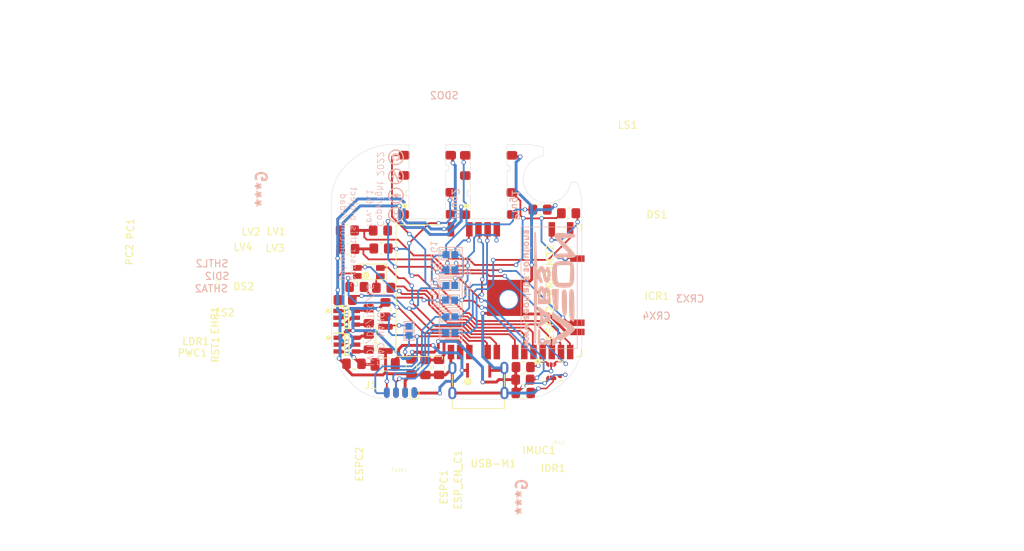
<source format=kicad_pcb>
(kicad_pcb (version 20211014) (generator pcbnew)
  (layers (0 "F.Cu" signal) (31 "B.Cu" signal) (34 "B.Paste" user) (35 "F.Paste" user) (36 "B.SilkS" user "B.Silkscreen") (37 "F.SilkS" user "F.Silkscreen") (38 "B.Mask" user) (39 "F.Mask" user) (44 "Edge.Cuts" user))
  (net 0 "")
  (net 1 "Net-(HX4002B1-Pad4)")
  (net 2 "Net-(HX4002B1-Pad6)")
  (net 3 "/GND")
  (net 4 "/DIN1")
  (net 5 "/DIN2")
  (net 6 "/5V0")
  (net 7 "/3V3")
  (net 8 "/IO01TX")
  (net 9 "/TX_IN")
  (net 10 "/DOUT1")
  (net 11 "/DOUT2")
  (net 12 "/IO39_LD2_3V3")
  (net 13 "/IO25_LEDR")
  (net 14 "/IO03RX")
  (net 15 "/RX_IN")
  (net 16 "Net-(HX4002-Pad4)")
  (net 17 "Net-(HX4002-Pad6)")
  (net 18 "/RST_EN_RTS")
  (net 21 "/IO22_IMC")
  (net 22 "/IO21_IMD")
  (net 23 "/IO14_LVDT2")
  (net 24 "/IO13_LVDT")
  (net 29 "Net-(LDR1-Pad2)")
  (net 30 "/IO16_LD_3V3")
  (net 37 "/IO0_BOOT_DTR")
  (net 38 "/IO33_LEDB")
  (net 39 "/IO26_IM_CS")
  (net 42 "/5V0F")
  (net 43 "unconnected-(Plug2-PadR4)")
  (net 52 "/IO32_LEDG")
  (net 53 "Net-(CRX3-Pad1)")
  (footprint "Fuse:Fuse_1206_3216Metric" (layer "F.Cu") (at 154.35 102.04)
    (fp_text reference "Fuse1")
    (fp_text value "Polyfuse")
  )
  (footprint "Resistor_SMD:R_0805_2012Metric_Pad1.20x1.40mm_HandSolder" (layer "F.Cu") (at 173.47 102.4)
    (fp_text reference "ICR1")
    (fp_text value "10k")
  )
  (footprint "Resistor_SMD:R_0805_2012Metric_Pad1.20x1.40mm_HandSolder" (layer "F.Cu") (at 179.76 81.09 180)
    (fp_text reference "DS1")
    (fp_text value "4K7")
  )
  (footprint "Resistor_SMD:R_0805_2012Metric_Pad1.20x1.40mm_HandSolder" (layer "F.Cu") (at 154.39 94.44 -90)
    (fp_text reference "ENR1")
    (fp_text value "10k")
  )
  (footprint "AeonLabs:HX4002 SOT95 P280X125-6N" (layer "F.Cu") (at 148.97 95.59)
    (fp_text reference "HX4002" hide)
    (fp_text value "HX4002" hide)
  )
  (footprint "AeonLabs:HX4002 SOT95 P280X125-6N" (layer "F.Cu") (at 149.01 99.31)
    (fp_text reference "HX4002B1" hide)
    (fp_text value "HX4002" hide)
  )
  (footprint "Resistor_SMD:R_0805_2012Metric_Pad1.20x1.40mm_HandSolder" (layer "F.Cu") (at 173.43 104.14 180)
    (fp_text reference "IDR1")
    (fp_text value "10k")
  )
  (footprint "Package_LGA:LGA-14_3x2.5mm_P0.5mm_LayoutBorder3x4y" (layer "F.Cu") (at 177.35 102.98)
    (fp_text reference "IMU1")
    (fp_text value "LSM6DS3")
  )
  (footprint "Capacitor_SMD:C_0805_2012Metric_Pad1.18x1.45mm_HandSolder" (layer "F.Cu") (at 173.47 105.99 180)
    (fp_text reference "IMUC1")
    (fp_text value "100nF")
  )
  (footprint "Resistor_SMD:R_0805_2012Metric_Pad1.20x1.40mm_HandSolder" (layer "F.Cu") (at 154.13 91.42 180)
    (fp_text reference "LDR1")
    (fp_text value "330R")
  )
  (footprint "LED_SMD:LED_1206_3210_RGB_Metric" (layer "F.Cu") (at 152.32 89.18 180)
    (fp_text reference "LED1")
    (fp_text value "LED_GBRC")
  )
  (footprint "Resistor_SMD:R_0805_2012Metric_Pad1.20x1.40mm_HandSolder" (layer "F.Cu") (at 175.81 80.59)
    (fp_text reference "LS1")
    (fp_text value "10k")
  )
  (footprint "Capacitor_SMD:C_0805_2012Metric_Pad1.18x1.45mm_HandSolder" (layer "F.Cu") (at 152.08 95.29 -90)
    (fp_text reference "PC1")
    (fp_text value "0.1uF")
  )
  (footprint "Capacitor_SMD:C_0805_2012Metric_Pad1.18x1.45mm_HandSolder" (layer "F.Cu") (at 152.09 98.94 -90)
    (fp_text reference "PC2")
    (fp_text value "0.1uF")
  )
  (footprint "Capacitor_SMD:C_0805_2012Metric_Pad1.18x1.45mm_HandSolder" (layer "F.Cu") (at 150.03 101.95 180)
    (fp_text reference "PWC1")
    (fp_text value "0.1uF")
  )
  (footprint "AeonLabs:Micro_USB_pcb_socket_5pin_4weld_points" (layer "F.Cu") (at 167.08 104.99)
    (fp_text reference "USB-M1")
    (fp_text value "USB-M")
  )
  (footprint "Capacitor_SMD:C_0805_2012Metric_Pad1.18x1.45mm_HandSolder" (layer "F.Cu") (at 161.81 102.44 -90)
    (fp_text reference "ESPC1")
    (fp_text value "0.1uF")
  )
  (footprint "Resistor_SMD:R_0805_2012Metric_Pad1.20x1.40mm_HandSolder" (layer "F.Cu") (at 150.42 91.3)
    (fp_text reference "DS2")
    (fp_text value "4K7")
  )
  (footprint "Capacitor_SMD:C_0805_2012Metric_Pad1.18x1.45mm_HandSolder" (layer "F.Cu") (at 157.99 102.38 90)
    (fp_text reference "ESP_EN_C1")
    (fp_text value "0.1uF")
  )
  (footprint "Resistor_SMD:R_0805_2012Metric_Pad1.20x1.40mm_HandSolder" (layer "F.Cu") (at 149.18 86.03 180)
    (fp_text reference "LV4")
    (fp_text value "15K")
  )
  (footprint "AeonLabs:SW_Push_SPST_NO_Alps_SKRK AliExpress" (layer "F.Cu") (at 154.49 98.48 90)
    (fp_text reference "RST1")
    (fp_text value "RST")
  )
  (footprint "Connector:SOIC_clipProgSmall" (layer "F.Cu") (at 156.48 106.6795)
    (fp_text reference "J1")
    (fp_text value "Conn_01x08_Male")
  )
  (footprint "AeonLabs:Jack 2.5mm jack socket 6pin L10.5 w5.8 h3.2" (layer "F.Cu") (at 168.62 76.44 -90)
    (fp_text reference "Plug1")
    (fp_text value "AudioJack6pin")
  )
  (footprint "Resistor_SMD:R_0805_2012Metric_Pad1.20x1.40mm_HandSolder" (layer "F.Cu") (at 149.11 83.47 180)
    (fp_text reference "LV2")
    (fp_text value "15K")
  )
  (footprint "Resistor_SMD:R_0805_2012Metric_Pad1.20x1.40mm_HandSolder" (layer "F.Cu") (at 148.8 93.11 180)
    (fp_text reference "LS2")
    (fp_text value "10k")
  )
  (footprint "AeonLabs:Jack 2.5mm jack socket 6pin L10.5 w5.8 h3.2" (layer "F.Cu") (at 160.13 76.4175 -90)
    (fp_text reference "Plug2")
    (fp_text value "AudioJack6pin")
  )
  (footprint "RF_Module:ESP32-WROOM-32" (layer "F.Cu") (at 171.72 91.82 90)
    (fp_text reference "ESP32-WROOM32")
    (fp_text value "ESP32-WROOM-32")
  )
  (footprint "Resistor_SMD:R_0805_2012Metric_Pad1.20x1.40mm_HandSolder" (layer "F.Cu") (at 153.78 85.97 180)
    (fp_text reference "LV3")
    (fp_text value "10K")
  )
  (footprint "Capacitor_SMD:C_0805_2012Metric_Pad1.18x1.45mm_HandSolder" (layer "F.Cu") (at 159.93 102.46 -90)
    (fp_text reference "ESPC2")
    (fp_text value "22uF")
  )
  (footprint "Resistor_SMD:R_0805_2012Metric_Pad1.20x1.40mm_HandSolder" (layer "F.Cu") (at 153.69 83.49 180)
    (fp_text reference "LV1")
    (fp_text value "10K")
  )
  (footprint "TestPoint:TestPoint_Pad_1.0x1.0mm" (layer "B.Cu") (at 162.76 97.61 -90)
    (fp_text reference "CTX1")
    (fp_text value "CTX")
  )
  (footprint "TestPoint:TestPoint_Pad_1.0x1.0mm" (layer "B.Cu") (at 163.97 97.61 -90)
    (fp_text reference "CTX2")
    (fp_text value "CTX2")
  )
  (footprint "TestPoint:TestPoint_Pad_1.0x1.0mm" (layer "B.Cu") (at 162.78 95.45 -90)
    (fp_text reference "CRX1")
    (fp_text value "CRX")
  )
  (footprint "TestPoint:TestPoint_Pad_1.0x1.0mm" (layer "B.Cu") (at 163.98 95.45 -90)
    (fp_text reference "CRX2")
    (fp_text value "CRX2")
  )
  (footprint "TestPoint:TestPoint_Pad_1.0x1.0mm" (layer "B.Cu") (at 162.78 88.94)
    (fp_text reference "SDI1")
    (fp_text value "DIN1")
  )
  (footprint "TestPoint:TestPoint_Pad_1.0x1.0mm" (layer "B.Cu") (at 162.79 86.84)
    (fp_text reference "SDO1")
    (fp_text value "DOUT1")
  )
  (footprint "TestPoint:TestPoint_Pad_1.0x1.0mm" (layer "B.Cu") (at 163.99 88.94)
    (fp_text reference "SHTA1")
    (fp_text value "SHTA")
  )
  (footprint "TestPoint:TestPoint_Pad_1.0x1.0mm" (layer "B.Cu") (at 163.99 86.84)
    (fp_text reference "SHTL1")
    (fp_text value "SHTL")
  )
  (footprint "AeonLabs:aeon logo www" (layer "B.Cu") (at 177.102334 91.410001 90)
    (fp_text reference "G***")
    (fp_text value "LOGO" hide)
  )
  (footprint "TestPoint:TestPoint_Pad_1.0x1.0mm" (layer "B.Cu") (at 157.65 96.78 180)
    (fp_text reference "CRX3")
    (fp_text value "CRX3")
  )
  (footprint "TestPoint:TestPoint_Pad_1.0x1.0mm" (layer "B.Cu") (at 163.94 93.13 180)
    (fp_text reference "SHTA2")
    (fp_text value "SHTA")
  )
  (footprint "TestPoint:TestPoint_Pad_1.0x1.0mm" (layer "B.Cu") (at 163.97 91.09 180)
    (fp_text reference "SHTL2")
    (fp_text value "SHTL")
  )
  (footprint "TestPoint:TestPoint_Pad_1.0x1.0mm" (layer "B.Cu") (at 162.74 93.12 180)
    (fp_text reference "SDI2")
    (fp_text value "DIN2")
  )
  (footprint "TestPoint:TestPoint_Pad_1.0x1.0mm" (layer "B.Cu") (at 157.66 97.98 180)
    (fp_text reference "CRX4")
    (fp_text value "CRX4")
  )
  (footprint "TestPoint:TestPoint_Pad_1.0x1.0mm" (layer "B.Cu") (at 162.77 91.1 180)
    (fp_text reference "SDO2")
    (fp_text value "DOUT2")
  )
  (footprint "AeonLabs:aeon creative commons logos" (layer "B.Cu") (at 155.89 77.33 90)
    (fp_text reference "G***")
    (fp_text value "LOGO" hide)
  )
  (gr_line (start 161.85 98.5675) (end 165.01 98.565) (layer "B.SilkS") (width 0.12))
  (gr_line (start 165.01 94.495) (end 161.84 94.5175) (layer "B.SilkS") (width 0.12))
  (gr_line (start 165.01 98.565) (end 165.01 94.495) (layer "B.SilkS") (width 0.12))
  (gr_line (start 161.84 94.5175) (end 161.85 98.5675) (layer "B.SilkS") (width 0.12))
  (gr_line (start 165.03 89.89) (end 165.03 85.82) (layer "B.SilkS") (width 0.12))
  (gr_line (start 165.03 85.82) (end 161.81 85.815) (layer "B.SilkS") (width 0.12))
  (gr_line (start 165.02 90.105) (end 161.82 90.09) (layer "B.SilkS") (width 0.12))
  (gr_line (start 161.82 90.09) (end 161.83 94.16) (layer "B.SilkS") (width 0.12))
  (gr_line (start 165.02 94.175) (end 165.02 90.105) (layer "B.SilkS") (width 0.12))
  (gr_line (start 161.82 89.885) (end 165.03 89.89) (layer "B.SilkS") (width 0.12))
  (gr_line (start 161.81 85.815) (end 161.82 89.885) (layer "B.SilkS") (width 0.12))
  (gr_line (start 161.83 94.16) (end 165.02 94.175) (layer "B.SilkS") (width 0.12))
  (gr_circle (center 165.8 104.399645) (end 165.97 104.410642) (layer "F.SilkS") (width 0.35) (fill none))
  (gr_circle (center 148.43 93.97) (end 148.43 93.87) (layer "F.SilkS") (width 0.2) (fill none))
  (gr_circle (center 165.59 80.13) (end 165.79 80.15) (layer "F.SilkS") (width 0.35) (fill none))
  (gr_circle (center 148.48 97.67) (end 148.48 97.57) (layer "F.SilkS") (width 0.2) (fill none))
  (gr_circle (center 151.64 89.681124) (end 151.78 89.700127) (layer "F.SilkS") (width 0.35) (fill none))
  (gr_circle (center 175.46 101.619398) (end 175.56 101.630395) (layer "F.SilkS") (width 0.35) (fill none))
  (gr_circle (center 157.05 80.06) (end 157.25 80.08) (layer "F.SilkS") (width 0.35) (fill none))
  (gr_line (start 181.58 79.32) (end 181.572294 99.305576) (layer "Edge.Cuts") (width 0.05))
  (gr_arc (start 154.481558 106.792294) (mid 151.767889 106.177046) (end 149.540001 104.509999) (layer "Edge.Cuts") (width 0.05))
  (gr_line (start 162.74 71.58) (end 166.13 71.58) (layer "Edge.Cuts") (width 0.05))
  (gr_line (start 157.64 77.97) (end 157.64 71.58) (layer "Edge.Cuts") (width 0.05))
  (gr_arc (start 174.008442 71.567706) (mid 175.16497 71.709584) (end 176.287378 72.022452) (layer "Edge.Cuts") (width 0.05))
  (gr_line (start 162.76 75.17) (end 162.74 75.17) (layer "Edge.Cuts") (width 0.05))
  (gr_line (start 157.64 78.67) (end 157.24 78.67) (layer "Edge.Cuts") (width 0.05))
  (gr_line (start 163.14 74.47) (end 163.14 75.17) (layer "Edge.Cuts") (width 0.05))
  (gr_arc (start 149.200001 74.217135) (mid 151.707969 72.431862) (end 154.667547 71.584511) (layer "Edge.Cuts") (width 0.05))
  (gr_line (start 162.64 81.87) (end 157.64 81.87) (layer "Edge.Cuts") (width 0.05))
  (gr_line (start 166.13 81.75) (end 166.13 78.68) (layer "Edge.Cuts") (width 0.05))
  (gr_line (start 162.74 71.58) (end 162.74 74.47) (layer "Edge.Cuts") (width 0.05))
  (gr_line (start 157.64 71.58) (end 154.667547 71.584511) (layer "Edge.Cuts") (width 0.05))
  (gr_line (start 165.73 78.68) (end 165.73 77.98) (layer "Edge.Cuts") (width 0.05))
  (gr_line (start 166.13 77.98) (end 166.13 71.58) (layer "Edge.Cuts") (width 0.05))
  (gr_line (start 162.76 75.17) (end 163.14 75.17) (layer "Edge.Cuts") (width 0.05))
  (gr_line (start 157.64 81.87) (end 157.64 81.74) (layer "Edge.Cuts") (width 0.05))
  (gr_line (start 171.63 74.48) (end 171.63 75.18) (layer "Edge.Cuts") (width 0.05))
  (gr_line (start 173.822453 106.879757) (end 154.481558 106.792294) (layer "Edge.Cuts") (width 0.05))
  (gr_line (start 176.287378 72.022452) (end 176.287378 73.122452) (layer "Edge.Cuts") (width 0.05))
  (gr_line (start 171.13 81.88) (end 166.13 81.88) (layer "Edge.Cuts") (width 0.05))
  (gr_line (start 171.23 75.18) (end 171.23 81.88) (layer "Edge.Cuts") (width 0.05))
  (gr_line (start 174.008442 71.567706) (end 171.23 71.57) (layer "Edge.Cuts") (width 0.05))
  (gr_line (start 171.23 74.48) (end 171.63 74.48) (layer "Edge.Cuts") (width 0.05))
  (gr_line (start 146.917377 99.049587) (end 146.917706 79.158692) (layer "Edge.Cuts") (width 0.05))
  (gr_arc (start 180.045335 76.792196) (mid 174.470602 78.741917) (end 176.287378 73.122452) (layer "Edge.Cuts") (width 0.05))
  (gr_arc (start 180.921935 76.794753) (mid 181.342595 78.033499) (end 181.58 79.32) (layer "Edge.Cuts") (width 0.05))
  (gr_line (start 166.13 78.68) (end 165.73 78.68) (layer "Edge.Cuts") (width 0.05))
  (gr_line (start 157.24 77.97) (end 157.64 77.97) (layer "Edge.Cuts") (width 0.05))
  (gr_line (start 171.25 75.18) (end 171.63 75.18) (layer "Edge.Cuts") (width 0.05))
  (gr_line (start 157.24 78.67) (end 157.24 77.97) (layer "Edge.Cuts") (width 0.05))
  (gr_line (start 166.13 81.88) (end 166.13 81.75) (layer "Edge.Cuts") (width 0.05))
  (gr_line (start 157.64 81.74) (end 157.64 78.67) (layer "Edge.Cuts") (width 0.05))
  (gr_arc (start 146.917706 79.158692) (mid 147.532954 76.445023) (end 149.200001 74.217135) (layer "Edge.Cuts") (width 0.05))
  (gr_arc (start 149.550001 104.517133) (mid 147.764728 102.009165) (end 146.917377 99.049587) (layer "Edge.Cuts") (width 0.05))
  (gr_line (start 165.73 77.98) (end 166.13 77.98) (layer "Edge.Cuts") (width 0.05))
  (gr_line (start 171.25 75.18) (end 171.23 75.18) (layer "Edge.Cuts") (width 0.05))
  (gr_line (start 171.23 81.88) (end 171.13 81.88) (layer "Edge.Cuts") (width 0.05))
  (gr_line (start 171.23 71.57) (end 171.23 74.48) (layer "Edge.Cuts") (width 0.05))
  (gr_line (start 162.74 75.17) (end 162.74 81.87) (layer "Edge.Cuts") (width 0.05))
  (gr_line (start 180.045335 76.792196) (end 180.921935 76.794753) (layer "Edge.Cuts") (width 0.05))
  (gr_line (start 162.74 74.47) (end 163.14 74.47) (layer "Edge.Cuts") (width 0.05))
  (gr_line (start 162.74 81.87) (end 162.64 81.87) (layer "Edge.Cuts") (width 0.05))
  (gr_arc (start 181.572294 99.305576) (mid 180.957046 102.019245) (end 179.289999 104.247133) (layer "Edge.Cuts") (width 0.05))
  (gr_arc (start 179.289999 104.247133) (mid 176.782031 106.032406) (end 173.822453 106.879757) (layer "Edge.Cuts") (width 0.05))
  (gr_text "LDAD NANO \nLVDT/DS/I2C/LS" (at 152.98 102.35 -90) (layer "B.SilkS") (effects (font (size 0.9 0.9) (thickness 0.1)) (justify left mirror)))
  (gr_text "PLUG1" (at 161.1 87 -90) (layer "B.SilkS") (effects (font (size 0.9 0.9) (thickness 0.1)) (justify mirror)))
  (gr_text "Copyright 2022\nrev. 6.1" (at 152.95 83.04 -90) (layer "B.SilkS") (effects (font (size 0.9 0.9) (thickness 0.08)) (justify left mirror)))
  (gr_text "Sponsor this project\npatreon.com/ldad" (at 149.29 84.42 -90) (layer "B.SilkS") (effects (font (size 0.9 0.9) (thickness 0.08)) (justify mirror)))
  (gr_text "I2C BUS" (at 165.7 89.84 -90) (layer "B.SilkS") (effects (font (size 0.9 0.9) (thickness 0.1)) (justify mirror)))
  (gr_text "PLUG2" (at 161.07 92.06 -90) (layer "B.SilkS") (effects (font (size 0.9 0.9) (thickness 0.1)) (justify mirror)))
  (segment (start 152.0175 100.24) (end 152.1 100.1575) (width 0.4) (layer "F.Cu") (net 1))
  (segment (start 150.3 100.24) (end 152.0175 100.24) (width 0.4) (layer "F.Cu") (net 1))
  (segment (start 151.1 98.09) (end 151.9125 98.09) (width 0.4) (layer "F.Cu") (net 2))
  (segment (start 151.9125 98.09) (end 152.1 97.9025) (width 0.4) (layer "F.Cu") (net 2))
  (segment (start 150.85 98.34) (end 151.1 98.09) (width 0.4) (layer "F.Cu") (net 2))
  (segment (start 150.3 98.34) (end 150.85 98.34) (width 0.4) (layer "F.Cu") (net 2))
  (segment (start 177.85 103.8925) (end 177.6125 103.8925) (width 0.2) (layer "F.Cu") (net 3))
  (segment (start 167.93 94.96) (end 168.41 94.96) (width 0.4) (layer "F.Cu") (net 3))
  (segment (start 157.9025 103.33) (end 154.59 103.33) (width 0.4) (layer "F.Cu") (net 3))
  (segment (start 176.81 80.59) (end 177.29 80.59) (width 0.25) (layer "F.Cu") (net 3))
  (segment (start 163.65 106) (end 163.65 102.54) (width 0.4) (layer "F.Cu") (net 3))
  (segment (start 163.445 100.25) (end 163.445 102.315) (width 0.4) (layer "F.Cu") (net 3))
  (segment (start 147.675 95.58) (end 148.525 95.58) (width 0.4) (layer "F.Cu") (net 3))
  (segment (start 163.65 106) (end 170.87 106) (width 0.4) (layer "F.Cu") (net 3))
  (segment (start 147.79 99.32) (end 148.61 99.32) (width 0.4) (layer "F.Cu") (net 3))
  (segment (start 176.67 105.37) (end 175.58 105.37) (width 0.2) (layer "F.Cu") (net 3))
  (segment (start 174.65 90.26) (end 174.39 90.52) (width 0.4) (layer "F.Cu") (net 3))
  (segment (start 148.69 101.95) (end 147.95 101.21) (width 0.4) (layer "F.Cu") (net 3))
  (segment (start 158 103.4875) (end 159.1825 103.4875) (width 0.4) (layer "F.Cu") (net 3))
  (segment (start 174.39 90.52) (end 173.17 90.52) (width 0.4) (layer "F.Cu") (net 3))
  (segment (start 174.5075 105.99) (end 174.96 105.99) (width 0.4) (layer "F.Cu") (net 3))
  (segment (start 179.38 97.49) (end 179.385 97.485) (width 0.4) (layer "F.Cu") (net 3))
  (segment (start 163.425 83.27) (end 162.72 83.27) (width 0.4) (layer "F.Cu") (net 3))
  (segment (start 171.433668 73.26) (end 173.11 73.26) (width 0.4) (layer "F.Cu") (net 3))
  (segment (start 147.78 89.92) (end 147.78 92.39625) (width 0.25) (layer "F.Cu") (net 3))
  (segment (start 154.4 100.17) (end 154.4 103.14) (width 0.4) (layer "F.Cu") (net 3))
  (segment (start 149.7875 103.4875) (end 154.0525 103.4875) (width 0.4) (layer "F.Cu") (net 3))
  (segment (start 157.115 106.0195) (end 157.115 104.2925) (width 0.4) (layer "F.Cu") (net 3))
  (segment (start 163.69 73.26) (end 163.69 74.11) (width 0.4) (layer "F.Cu") (net 3))
  (segment (start 157.99 103.4175) (end 157.9025 103.33) (width 0.4) (layer "F.Cu") (net 3))
  (segment (start 170.51 102.86) (end 170.85 102.52) (width 0.4) (layer "F.Cu") (net 3))
  (segment (start 147.76 86.34) (end 147.76 87.34) (width 0.4) (layer "F.Cu") (net 3))
  (segment (start 161.8 103.4875) (end 161.81 103.4775) (width 0.4) (layer "F.Cu") (net 3))
  (segment (start 148.55 95.58) (end 148.97 95.16) (width 0.4) (layer "F.Cu") (net 3))
  (segment (start 157.115 104.2925) (end 157.99 103.4175) (width 0.4) (layer "F.Cu") (net 3))
  (segment (start 163.41 73.0575) (end 163.4875 73.0575) (width 0.4) (layer "F.Cu") (net 3))
  (segment (start 148.27 89.43) (end 147.78 89.92) (width 0.25) (layer "F.Cu") (net 3))
  (segment (start 163.65 102.54) (end 163.66 102.53) (width 0.4) (layer "F.Cu") (net 3))
  (segment (start 170.87 92.94) (end 170.87 92.82) (width 0.4) (layer "F.Cu") (net 3))
  (segment (start 159.1825 103.4875) (end 161.8 103.4875) (width 0.4) (layer "F.Cu") (net 3))
  (segment (start 176.94 95.05) (end 179.38 97.49) (width 0.4) (layer "F.Cu") (net 3))
  (segment (start 163.4875 73.0575) (end 163.69 73.26) (width 0.4) (layer "F.Cu") (net 3))
  (segment (start 177.6125 103.8925) (end 177.6125 104.4275) (width 0.2) (layer "F.Cu") (net 3))
  (segment (start 170.87 92.82) (end 170.93 92.82) (width 0.4) (layer "F.Cu") (net 3))
  (segment (start 168.84 102.86) (end 170.51 102.86) (width 0.4) (layer "F.Cu") (net 3))
  (segment (start 170.93 92.82) (end 172.98 90.77) (width 0.4) (layer "F.Cu") (net 3))
  (segment (start 163.445 102.315) (end 163.66 102.53) (width 0.4) (layer "F.Cu") (net 3))
  (segment (start 154.59 103.33) (end 154.4 103.14) (width 0.4) (layer "F.Cu") (net 3))
  (segment (start 148.18 86.03) (end 148.07 86.03) (width 0.4) (layer "F.Cu") (net 3))
  (segment (start 177.6125 104.4275) (end 176.67 105.37) (width 0.2) (layer "F.Cu") (net 3))
  (segment (start 174.65 88.25) (end 174.65 90.26) (width 0.4) (layer "F.Cu") (net 3))
  (segment (start 148.9925 101.95) (end 148.69 101.95) (width 0.4) (layer "F.Cu") (net 3))
  (segment (start 170.715 95.05) (end 176.94 95.05) (width 0.4) (layer "F.Cu") (net 3))
  (segment (start 179.385 97.485) (end 180.935 97.485) (width 0.4) (layer "F.Cu") (net 3))
  (segment (start 148.61 99.32) (end 149.06 98.87) (width 0.4) (layer "F.Cu") (net 3))
  (segment (start 150.21 89.43) (end 148.27 89.43) (width 0.25) (layer "F.Cu") (net 3))
  (segment (start 148.9925 102.6925) (end 149.7875 103.4875) (width 0.4) (layer "F.Cu") (net 3))
  (segment (start 177.29 80.59) (end 177.85 80.03) (width 0.25) (layer "F.Cu") (net 3))
  (segment (start 148.9925 101.95) (end 148.9925 102.6925) (width 0.4) (layer "F.Cu") (net 3))
  (segment (start 162.7125 103.4775) (end 163.66 102.53) (width 0.4) (layer "F.Cu") (net 3))
  (segment (start 174.96 105.99) (end 175.58 105.37) (width 0.4) (layer "F.Cu") (net 3))
  (segment (start 160.1675 103.4975) (end 160.35 103.68) (width 0.4) (layer "F.Cu") (net 3))
  (segment (start 148.11 85.96) (end 148.18 86.03) (width 0.4) (layer "F.Cu") (net 3))
  (segment (start 177.6125 103.8925) (end 177.35 103.8925) (width 0.2) (layer "F.Cu") (net 3))
  (segment (start 173.17 90.52) (end 170.87 92.82) (width 0.4) (layer "F.Cu") (net 3))
  (segment (start 161.81 103.4775) (end 162.7125 103.4775) (width 0.4) (layer "F.Cu") (net 3))
  (segment (start 159.93 103.4975) (end 160.1675 103.4975) (width 0.4) (layer "F.Cu") (net 3))
  (segment (start 148.07 86.03) (end 147.76 86.34) (width 0.4) (layer "F.Cu") (net 3))
  (segment (start 154.0525 103.4875) (end 154.4 103.14) (width 0.4) (layer "F.Cu") (net 3))
  (segment (start 148.11 83.47) (end 148.11 85.96) (width 0.4) (layer "F.Cu") (net 3))
  (via (at 173.06 73.26) (size 0.6) (drill 0.4) (layers "F.Cu" "B.Cu") (net 3))
  (via (at 163.73 74.12) (size 0.6) (drill 0.4) (layers "F.Cu" "B.Cu") (net 3))
  (via (at 147.8 91.73) (size 0.6) (drill 0.4) (layers "F.Cu" "B.Cu") (net 3))
  (via (at 149 95.2) (size 0.6) (drill 0.4) (layers "F.Cu" "B.Cu") (net 3))
  (via (at 174.65 88.25) (size 0.6) (drill 0.4) (layers "F.Cu" "B.Cu") (net 3))
  (via (at 167.85 94.96) (size 0.6) (drill 0.4) (layers "F.Cu" "B.Cu") (net 3))
  (via (at 177.91 80) (size 0.6) (drill 0.4) (layers "F.Cu" "B.Cu") (net 3))
  (via (at 147.95 101.21) (size 0.6) (drill 0.4) (layers "F.Cu" "B.Cu") (net 3))
  (via (at 171.46 93.03) (size 2.8) (drill 2.5) (layers "F.Cu" "B.Cu") (net 3))
  (via (at 147.76 87.34) (size 0.6) (drill 0.4) (layers "F.Cu" "B.Cu") (net 3))
  (via (at 162.49 83.27) (size 0.6) (drill 0.4) (layers "F.Cu" "B.Cu") (net 3))
  (via (at 175.58 105.37) (size 0.6) (drill 0.4) (layers "F.Cu" "B.Cu") (net 3))
  (via (at 149.04 98.9) (size 0.6) (drill 0.4) (layers "F.Cu" "B.Cu") (net 3))
  (segment (start 148.09 101.07) (end 147.95 101.21) (width 0.4) (layer "B.Cu") (net 3))
  (segment (start 167.86 100.97) (end 169.41 102.52) (width 0.4) (layer "B.Cu") (net 3))
  (segment (start 174.63 82.1) (end 174.63 88.23) (width 0.4) (layer "B.Cu") (net 3))
  (segment (start 174.63 81.4) (end 175.43 80.6) (width 0.4) (layer "B.Cu") (net 3))
  (segment (start 171.12 92.63) (end 170.97 92.78) (width 0.4) (layer "B.Cu") (net 3))
  (segment (start 162.49 83.27) (end 160.71 83.27) (width 0.4) (layer "B.Cu") (net 3))
  (segment (start 156.98 80.04) (end 156.98 79.59) (width 0.4) (layer "B.Cu") (net 3))
  (segment (start 175.43 80.6) (end 175.73 80.6) (width 0.4) (layer "B.Cu") (net 3))
  (segment (start 148.09 94.82) (end 148.09 98.38) (width 0.4) (layer "B.Cu") (net 3))
  (segment (start 172.49 74.02) (end 173.06 73.45) (width 0.4) (layer "B.Cu") (net 3))
  (segment (start 148.09 98.38) (end 148.58 98.87) (width 0.4) (layer "B.Cu") (net 3))
  (segment (start 159.87 82.43) (end 157.39 82.43) (width 0.4) (layer "B.Cu") (net 3))
  (segment (start 174.63 82.1) (end 174.63 81.4) (width 0.4) (layer "B.Cu") (net 3))
  (segment (start 147.77 81.89) (end 147.77 91.69) (width 0.4) (layer "B.Cu") (net 3))
  (segment (start 148.09 98.38) (end 148.09 101.07) (width 0.4) (layer "B.Cu") (net 3))
  (segment (start 148.09 95.2) (end 149 95.2) (width 0.4) (layer "B.Cu") (net 3))
  (segment (start 150.55 79.11) (end 147.77 81.89) (width 0.4) (layer "B.Cu") (net 3))
  (segment (start 177.27 80.6) (end 177.84 80.03) (width 0.4) (layer "B.Cu") (net 3))
  (segment (start 175.73 80.6) (end 177.27 80.6) (width 0.4) (layer "B.Cu") (net 3))
  (segment (start 164.065 82.115) (end 162.91 83.27) (width 0.4) (layer "B.Cu") (net 3))
  (segment (start 160.71 83.27) (end 159.87 82.43) (width 0.4) (layer "B.Cu") (net 3))
  (segment (start 170.85 105.98) (end 170.87 106) (width 0.4) (layer "B.Cu") (net 3))
  (segment (start 156.98 82.02) (end 156.98 80.04) (width 0.4) (layer "B.Cu") (net 3))
  (segment (start 162.91 83.27) (end 162.69 83.27) (width 0.4) (layer "B.Cu") (net 3))
  (segment (start 148.58 98.87) (end 149.06 98.87) (width 0.4) (layer "B.Cu") (net 3))
  (segment (start 174.63 82.1) (end 174.63 80.09) (width 0.4) (layer "B.Cu") (net 3))
  (segment (start 167.86 94.96) (end 167.86 100.97) (width 0.4) (layer "B.Cu") (net 3))
  (segment (start 156.5 79.11) (end 150.55 79.11) (width 0.4) (layer "B.Cu") (net 3))
  (segment (start 156.98 79.59) (end 156.5 79.11) (width 0.4) (layer "B.Cu") (net 3))
  (segment (start 147.75 91.48) (end 147.75 94.48) (width 0.4) (layer "B.Cu") (net 3))
  (segment (start 170.87 106) (end 174.88 106) (width 0.4) (layer "B.Cu") (net 3))
  (segment (start 174.88 106) (end 175.35 105.53) (width 0.4) (layer "B.Cu") (net 3))
  (segment (start 164.065 74.495) (end 163.7 74.13) (width 0.4) (layer "B.Cu") (net 3))
  (segment (start 169.41 102.52) (end 170.85 102.52) (width 0.4) (layer "B.Cu") (net 3))
  (segment (start 170.85 102.52) (end 170.85 105.98) (width 0.4) (layer "B.Cu") (net 3))
  (segment (start 147.75 94.48) (end 148.09 94.82) (width 0.4) (layer "B.Cu") (net 3))
  (segment (start 157.39 82.43) (end 156.98 82.02) (width 0.4) (layer "B.Cu") (net 3))
  (segment (start 174.63 88.23) (end 174.65 88.25) (width 0.4) (layer "B.Cu") (net 3))
  (segment (start 174.63 80.09) (end 172.49 77.95) (width 0.4) (layer "B.Cu") (net 3))
  (segment (start 172.49 77.95) (end 172.49 74.02) (width 0.4) (layer "B.Cu") (net 3))
  (segment (start 164.065 82.115) (end 164.065 74.495) (width 0.4) (layer "B.Cu") (net 3))
  (segment (start 171.46 93.03) (end 171.46 93.51) (width 0.4) (layer "B.Cu") (net 3))
  (segment (start 170.87 93.03) (end 171.46 93.03) (width 0.4) (layer "B.Cu") (net 3))
  (segment (start 173.06 73.45) (end 173.06 73.26) (width 0.4) (layer "B.Cu") (net 3))
  (segment (start 179.515 87.325) (end 179.275 87.325) (width 0.25) (layer "F.Cu") (net 4))
  (segment (start 176.02 81.81) (end 173.6 81.81) (width 0.25) (layer "F.Cu") (net 4))
  (segment (start 173.08 81.39) (end 173.08 79.39) (width 0.25) (layer "F.Cu") (net 4))
  (segment (start 173.47 81.78) (end 173.08 81.39) (width 0.25) (layer "F.Cu") (net 4))
  (segment (start 176.07 81.76) (end 176.02 81.81) (width 0.25) (layer "F.Cu") (net 4))
  (segment (start 163.21 87.43) (end 162.98 87.66) (width 0.25) (layer "F.Cu") (net 4))
  (segment (start 162.98 87.66) (end 162.98 87.99) (width 0.25) (layer "F.Cu") (net 4))
  (segment (start 155.75 88.51) (end 160.8 88.51) (width 0.25) (layer "F.Cu") (net 4))
  (segment (start 165.92 87.43) (end 163.21 87.43) (width 0.25) (layer "F.Cu") (net 4))
  (segment (start 173.08 79.39) (end 171.9 78.21) (width 0.25) (layer "F.Cu") (net 4))
  (segment (start 160.8 88.51) (end 161.57 89.28) (width 0.25) (layer "F.Cu") (net 4))
  (segment (start 171.9 78.1975) (end 172.0175 78.1975) (width 0.25) (layer "F.Cu") (net 4))
  (segment (start 173.6 81.81) (end 173.41 81.62) (width 0.25) (layer "F.Cu") (net 4))
  (segment (start 167.01 88.25) (end 166.74 88.25) (width 0.25) (layer "F.Cu") (net 4))
  (segment (start 154.69 82.25) (end 154.74 82.2) (width 0.25) (layer "F.Cu") (net 4))
  (segment (start 178.09 81.76) (end 176.07 81.76) (width 0.25) (layer "F.Cu") (net 4))
  (segment (start 180.935 87.325) (end 179.515 87.325) (width 0.25) (layer "F.Cu") (net 4))
  (segment (start 178.76 81.09) (end 178.09 81.76) (width 0.25) (layer "F.Cu") (net 4))
  (segment (start 154.69 83.49) (end 154.69 82.25) (width 0.25) (layer "F.Cu") (net 4))
  (segment (start 166.74 88.25) (end 165.92 87.43) (width 0.25) (layer "F.Cu") (net 4))
  (segment (start 172.45 88.25) (end 167.01 88.25) (width 0.25) (layer "F.Cu") (net 4))
  (via (at 176.02 81.81) (size 0.6) (drill 0.4) (layers "F.Cu" "B.Cu") (net 4))
  (via (at 173.47 81.78) (size 0.6) (drill 0.4) (layers "F.Cu" "B.Cu") (net 4))
  (via (at 155.75 88.51) (size 0.6) (drill 0.4) (layers "F.Cu" "B.Cu") (net 4))
  (via (at 161.57 89.28) (size 0.6) (drill 0.4) (layers "F.Cu" "B.Cu") (net 4))
  (via (at 172.48 88.25) (size 0.6) (drill 0.4) (layers "F.Cu" "B.Cu") (net 4))
  (via (at 154.74 82.2) (size 0.6) (drill 0.4) (layers "F.Cu" "B.Cu") (net 4))
  (via (at 162.98 87.99) (size 0.6) (drill 0.4) (layers "F.Cu" "B.Cu") (net 4))
  (via (at 179.3 87.34) (size 0.8) (drill 0.4) (layers "F.Cu" "B.Cu") (net 4))
  (segment (start 154.76 87.52) (end 154.76 82.2) (width 0.25) (layer "B.Cu") (net 4))
  (segment (start 155.75 88.51) (end 154.76 87.52) (width 0.25) (layer "B.Cu") (net 4))
  (segment (start 173.39 86.29) (end 173.39 87.26) (width 0.25) (layer "B.Cu") (net 4))
  (segment (start 162.78 88.94) (end 162.48 89.24) (width 0.25) (layer "B.Cu") (net 4))
  (segment (start 178.315 87.325) (end 179.515 87.325) (width 0.25) (layer "B.Cu") (net 4))
  (segment (start 176 85.01) (end 178.315 87.325) (width 0.25) (layer "B.Cu") (net 4))
  (segment (start 173.39 87.26) (end 172.48 88.17) (width 0.25) (layer "B.Cu") (net 4))
  (segment (start 176 81.83) (end 176.02 81.81) (width 0.25) (layer "B.Cu") (net 4))
  (segment (start 162.99 88.02) (end 162.99 88.76) (width 0.25) (layer "B.Cu") (net 4))
  (segment (start 173.39 86.29) (end 173.39 81.68) (width 0.25) (layer "B.Cu") (net 4))
  (segment (start 162.5 89.32) (end 161.5 89.32) (width 0.25) (layer "B.Cu") (net 4))
  (segment (start 176 85.01) (end 176 81.83) (width 0.25) (layer "B.Cu") (net 4))
  (segment (start 161.6 93.14) (end 161.6 92.36) (width 0.25) (layer "F.Cu") (net 5))
  (segment (start 163.32 78.385) (end 163.32 79.335) (width 0.25) (layer "F.Cu") (net 5))
  (segment (start 159.45 92.78) (end 159.8 93.13) (width 0.25) (layer "F.Cu") (net 5))
  (segment (start 151.55 91.64) (end 152.4 92.49) (width 0.25) (layer "F.Cu") (net 5))
  (segment (start 155.36 92.49) (end 155.65 92.78) (width 0.25) (layer "F.Cu") (net 5))
  (segment (start 166.84 96.48) (end 175.38 96.48) (width 0.25) (layer "F.Cu") (net 5))
  (segment (start 165.74 95.38) (end 166.84 96.48) (width 0.25) (layer "F.Cu") (net 5))
  (segment (start 163.84 95.38) (end 165.74 95.38) (width 0.25) (layer "F.Cu") (net 5))
  (segment (start 152.4 92.49) (end 155.36 92.49) (width 0.25) (layer "F.Cu") (net 5))
  (segment (start 160.45 82.46) (end 157.67 85.24) (width 0.25) (layer "F.Cu") (net 5))
  (segment (start 163.4975 78.1975) (end 163.6 78.3) (width 0.25) (layer "F.Cu") (net 5))
  (segment (start 155.65 92.78) (end 159.45 92.78) (width 0.25) (layer "F.Cu") (net 5))
  (segment (start 163.41 78.1975) (end 163.4975 78.1975) (width 0.25) (layer "F.Cu") (net 5))
  (segment (start 161.6 92.36) (end 158.94 89.7) (width 0.25) (layer "F.Cu") (net 5))
  (segment (start 158.94 89.7) (end 158.1 89.7) (width 0.25) (layer "F.Cu") (net 5))
  (segment (start 161.6 93.14) (end 163.84 95.38) (width 0.25) (layer "F.Cu") (net 5))
  (segment (start 161.76 82.46) (end 160.45 82.46) (width 0.25) (layer "F.Cu") (net 5))
  (segment (start 154.78 85.97) (end 155.85 85.97) (width 0.25) (layer "F.Cu") (net 5))
  (segment (start 177.395 98.495) (end 177.395 100.27) (width 0.25) (layer "F.Cu") (net 5))
  (segment (start 175.38 96.48) (end 177.395 98.495) (width 0.25) (layer "F.Cu") (net 5))
  (segment (start 151.55 91.19) (end 151.55 91.64) (width 0.25) (layer "F.Cu") (net 5))
  (via (at 155.92 86.04) (size 0.6) (drill 0.4) (layers "F.Cu" "B.Cu") (net 5))
  (via (at 161.6 93.14) (size 0.6) (drill 0.4) (layers "F.Cu" "B.Cu") (net 5))
  (via (at 159.7 93.12) (size 0.6) (drill 0.4) (layers "F.Cu" "B.Cu") (net 5))
  (via (at 157.67 85.24) (size 0.6) (drill 0.4) (layers "F.Cu" "B.Cu") (net 5))
  (via (at 158.06 89.76) (size 0.6) (drill 0.4) (layers "F.Cu" "B.Cu") (net 5))
  (via (at 161.76 82.46) (size 0.6) (drill 0.4) (layers "F.Cu" "B.Cu") (net 5))
  (via (at 163.31 79.29) (size 0.6) (drill 0.4) (layers "F.Cu" "B.Cu") (net 5))
  (segment (start 162.81 82.44) (end 163.34 81.91) (width 0.25) (layer "B.Cu") (net 5))
  (segment (start 159.72 93.14) (end 159.71 93.13) (width 0.25) (layer "B.Cu") (net 5))
  (segment (start 157.67 86.11) (end 157.67 85.24) (width 0.25) (layer "B.Cu") (net 5))
  (segment (start 157.6 86.04) (end 157.67 86.11) (width 0.25) (layer "B.Cu") (net 5))
  (segment (start 155.92 86.04) (end 157.6 86.04) (width 0.25) (layer "B.Cu") (net 5))
  (segment (start 158.06 89.76) (end 157.67 89.37) (width 0.25) (layer "B.Cu") (net 5))
  (segment (start 157.67 89.37) (end 157.67 86.11) (width 0.25) (layer "B.Cu") (net 5))
  (segment (start 162.81 82.44) (end 161.71 82.44) (width 0.25) (layer "B.Cu") (net 5))
  (segment (start 161.6 93.14) (end 159.72 93.14) (width 0.25) (layer "B.Cu") (net 5))
  (segment (start 163.34 81.91) (end 163.34 79.29) (width 0.25) (layer "B.Cu") (net 5))
  (segment (start 162.61 93.13) (end 161.42 93.13) (width 0.25) (layer "B.Cu") (net 5))
  (segment (start 148.76 100.3) (end 148.64 100.3) (width 0.4) (layer "F.Cu") (net 6))
  (segment (start 147.68 100.3) (end 148.64 100.3) (width 0.4) (layer "F.Cu") (net 6))
  (segment (start 149 96.26) (end 149 96.43) (width 0.4) (layer "F.Cu") (net 6))
  (segment (start 150.29 99.32) (end 149.75 99.32) (width 0.4) (layer "F.Cu") (net 6))
  (segment (start 148.99 96.45) (end 148.99 96.46) (width 0.4) (layer "F.Cu") (net 6))
  (segment (start 150.26 95.57) (end 149.69 95.57) (width 0.4) (layer "F.Cu") (net 6))
  (segment (start 149.02 100.04) (end 148.76 100.3) (width 0.4) (layer "F.Cu") (net 6))
  (segment (start 151.0675 101.95) (end 150.9 101.95) (width 0.4) (layer "F.Cu") (net 6))
  (segment (start 151.1575 102.04) (end 151.0675 101.95) (width 0.4) (layer "F.Cu") (net 6))
  (segment (start 149.75 99.32) (end 149.03 100.04) (width 0.4) (layer "F.Cu") (net 6))
  (segment (start 149.03 100.04) (end 149.02 100.04) (width 0.4) (layer "F.Cu") (net 6))
  (segment (start 149.69 95.57) (end 149 96.26) (width 0.4) (layer "F.Cu") (net 6))
  (segment (start 150.9 101.95) (end 150.01 101.06) (width 0.4) (layer "F.Cu") (net 6))
  (segment (start 152.95 102.04) (end 151.1575 102.04) (width 0.4) (layer "F.Cu") (net 6))
  (segment (start 148.93 96.52) (end 147.93 96.52) (width 0.4) (layer "F.Cu") (net 6))
  (via (at 148.98 96.5) (size 0.6) (drill 0.4) (layers "F.Cu" "B.Cu") (net 6))
  (via (at 149.05 100.11) (size 0.6) (drill 0.4) (layers "F.Cu" "B.Cu") (net 6))
  (via (at 150.01 101.06) (size 0.6) (drill 0.4) (layers "F.Cu" "B.Cu") (net 6))
  (segment (start 149.05 100.11) (end 149.85 99.31) (width 0.4) (layer "B.Cu") (net 6))
  (segment (start 149 96.82) (end 149 96.43) (width 0.4) (layer "B.Cu") (net 6))
  (segment (start 149.85 99.31) (end 149.85 98.33) (width 0.4) (layer "B.Cu") (net 6))
  (segment (start 148.99 96.83) (end 149 96.82) (width 0.4) (layer "B.Cu") (net 6))
  (segment (start 149.85 98.33) (end 148.99 97.47) (width 0.4) (layer "B.Cu") (net 6))
  (segment (start 150.01 101.06) (end 149.06 100.11) (width 0.4) (layer "B.Cu") (net 6))
  (segment (start 148.99 97.47) (end 148.99 96.83) (width 0.4) (layer "B.Cu") (net 6))
  (segment (start 149.06 100.11) (end 149.05 100.11) (width 0.4) (layer "B.Cu") (net 6))
  (segment (start 159.93 101.4225) (end 159.7325 101.4225) (width 0.4) (layer "F.Cu") (net 7))
  (segment (start 158.78 100.34) (end 158.32 100.34) (width 0.4) (layer "F.Cu") (net 7))
  (segment (start 159.14 100.34) (end 158.78 100.34) (width 0.4) (layer "F.Cu") (net 7))
  (segment (start 162.78 98.68) (end 162.5 98.96) (width 0.4) (layer "F.Cu") (net 7))
  (segment (start 148.99 97.35) (end 149.89 97.35) (width 0.4) (layer "F.Cu") (net 7))
  (segment (start 178.5125 103.5575) (end 178.6 103.47) (width 0.2) (layer "F.Cu") (net 7))
  (segment (start 159.93 101.13) (end 159.14 100.34) (width 0.4) (layer "F.Cu") (net 7))
  (segment (start 172.55 105.99) (end 173.43 105.11) (width 0.4) (layer "F.Cu") (net 7))
  (segment (start 159.93 101.4225) (end 161.79 101.4225) (width 0.4) (layer "F.Cu") (net 7))
  (segment (start 161.79 101.4225) (end 161.81 101.4025) (width 0.4) (layer "F.Cu") (net 7))
  (segment (start 161.14 100.34) (end 161.71 99.77) (width 0.4) (layer "F.Cu") (net 7))
  (segment (start 161.71 99.77) (end 161.71 98.87) (width 0.4) (layer "F.Cu") (net 7))
  (segment (start 172.4325 105.99) (end 172.55 105.99) (width 0.4) (layer "F.Cu") (net 7))
  (segment (start 172.43 104.14) (end 170.1 104.14) (width 0.4) (layer "F.Cu") (net 7))
  (segment (start 147.97 98.37) (end 148.99 97.35) (width 0.4) (layer "F.Cu") (net 7))
  (segment (start 154.39 93.44) (end 154.34 93.44) (width 0.4) (layer "F.Cu") (net 7))
  (segment (start 164.715 100.25) (end 164.715 99.005) (width 0.4) (layer "F.Cu") (net 7))
  (segment (start 148.63 94.62) (end 148.98 94.27) (width 0.4) (layer "F.Cu") (net 7))
  (segment (start 167.86 104.48) (end 169.76 104.48) (width 0.4) (layer "F.Cu") (net 7))
  (segment (start 147.76 94.62) (end 148.63 94.62) (width 0.4) (layer "F.Cu") (net 7))
  (segment (start 159.93 101.4225) (end 159.93 101.03) (width 0.4) (layer "F.Cu") (net 7))
  (segment (start 164.86 81.19875) (end 164.86 80.18125) (width 0.4) (layer "F.Cu") (net 7))
  (segment (start 164.715 99.005) (end 164.39 98.68) (width 0.4) (layer "F.Cu") (net 7))
  (segment (start 178.6 103.47) (end 179.3 103.47) (width 0.2) (layer "F.Cu") (net 7))
  (segment (start 162.5 100.7125) (end 161.81 101.4025) (width 0.4) (layer "F.Cu") (net 7))
  (segment (start 172.4325 102.4375) (end 172.47 102.4) (width 0.4) (layer "F.Cu") (net 7))
  (segment (start 147.79 98.37) (end 147.97 98.37) (width 0.4) (layer "F.Cu") (net 7))
  (segment (start 169.76 104.48) (end 170.1 104.14) (width 0.4) (layer "F.Cu") (net 7))
  (segment (start 178.5125 103.73) (end 178.5125 103.5575) (width 0.2) (layer "F.Cu") (net 7))
  (segment (start 176.85 103.8925) (end 176.85 104.23) (width 0.2) (layer "F.Cu") (net 7))
  (segment (start 176.85 104.23) (end 176.45 104.63) (width 0.2) (layer "F.Cu") (net 7))
  (segment (start 172.4325 105.99) (end 172.4325 102.4375) (width 0.4) (layer "F.Cu") (net 7))
  (segment (start 159.93 101.4225) (end 159.93 101.13) (width 0.4) (layer "F.Cu") (net 7))
  (segment (start 158.78 100.34) (end 161.14 100.34) (width 0.4) (layer "F.Cu") (net 7))
  (segment (start 159.7325 101.4225) (end 159.46 101.15) (width 0.4) (layer "F.Cu") (net 7))
  (segment (start 156.36 81.20875) (end 156.36 80.15125) (width 0.4) (layer "F.Cu") (net 7))
  (segment (start 164.39 98.68) (end 162.78 98.68) (width 0.4) (layer "F.Cu") (net 7))
  (segment (start 162.5 98.96) (end 162.5 100.7125) (width 0.4) (layer "F.Cu") (net 7))
  (segment (start 154.34 93.44) (end 153.39 94.39) (width 0.4) (layer "F.Cu") (net 7))
  (segment (start 154.37 93.27) (end 154.16 93.06) (width 0.25) (layer "F.Cu") (net 7))
  (via (at 156.3 80.07) (size 0.6) (drill 0.4) (layers "F.Cu" "B.Cu") (net 7))
  (via (at 167.86 104.48) (size 0.6) (drill 0.4) (layers "F.Cu" "B.Cu") (net 7))
  (via (at 161.71 98.85) (size 0.6) (drill 0.4) (layers "F.Cu" "B.Cu") (net 7))
  (via (at 148.98 94.27) (size 0.6) (drill 0.4) (layers "F.Cu" "B.Cu") (net 7))
  (via (at 158.08 100.32) (size 0.6) (drill 0.4) (layers "F.Cu" "B.Cu") (net 7))
  (via (at 153.39 94.39) (size 0.6) (drill 0.4) (layers "F.Cu" "B.Cu") (net 7))
  (via (at 173.45 105.12) (size 0.6) (drill 0.4) (layers "F.Cu" "B.Cu") (net 7))
  (via (at 176.45 104.63) (size 0.6) (drill 0.4) (layers "F.Cu" "B.Cu") (net 7))
  (via (at 149.89 97.35) (size 0.6) (drill 0.4) (layers "F.Cu" "B.Cu") (net 7))
  (via (at 179.3 103.47) (size 0.6) (drill 0.4) (layers "F.Cu" "B.Cu") (net 7))
  (via (at 164.88 80.2) (size 0.6) (drill 0.4) (layers "F.Cu" "B.Cu") (net 7))
  (segment (start 149.55 94.27) (end 151.82 94.27) (width 0.4) (layer "B.Cu") (net 7))
  (segment (start 157.17 83.07) (end 156.38 82.28) (width 0.4) (layer "B.Cu") (net 7))
  (segment (start 156.38 82.28) (end 156.38 80.28) (width 0.4) (layer "B.Cu") (net 7))
  (segment (start 149.89 97.35) (end 152.95 97.35) (width 0.4) (layer "B.Cu") (net 7))
  (segment (start 160.56 84.03) (end 159.6 83.07) (width 0.4) (layer "B.Cu") (net 7))
  (segment (start 156.38 80.28) (end 156.27 80.17) (width 0.4) (layer "B.Cu") (net 7))
  (segment (start 156.81 101.21) (end 157.7 101.21) (width 0.4) (layer "B.Cu") (net 7))
  (segment (start 149.89 96.42) (end 149.89 97.35) (width 0.4) (layer "B.Cu") (net 7))
  (segment (start 177.71 103.49) (end 179.17 103.49) (width 0.2) (layer "B.Cu") (net 7))
  (segment (start 152.95 97.35) (end 156.81 101.21) (width 0.4) (layer "B.Cu") (net 7))
  (segment (start 173.94 104.63) (end 176.57 104.63) (width 0.2) (layer "B.Cu") (net 7))
  (segment (start 173.45 105.12) (end 173.94 104.63) (width 0.2) (layer "B.Cu") (net 7))
  (segment (start 167.84 102.41) (end 167.84 104.5) (width 0.4) (layer "B.Cu") (net 7))
  (segment (start 164.28 98.85) (end 167.84 102.41) (width 0.4) (layer "B.Cu") (net 7))
  (segment (start 156.3 80.07) (end 150.88 80.07) (width 0.4) (layer "B.Cu") (net 7))
  (segment (start 148.51 93.8) (end 148.98 94.27) (width 0.4) (layer "B.Cu") (net 7))
  (segment (start 159.6 83.07) (end 157.17 83.07) (width 0.4) (layer "B.Cu") (net 7))
  (segment (start 151.82 94.27) (end 153.27 94.27) (width 0.4) (layer "B.Cu") (net 7))
  (segment (start 163.02 84.03) (end 160.56 84.03) (width 0.4) (layer "B.Cu") (net 7))
  (segment (start 164.88 82.17) (end 163.02 84.03) (width 0.4) (layer "B.Cu") (net 7))
  (segment (start 164.88 80.2) (end 164.88 82.17) (width 0.4) (layer "B.Cu") (net 7))
  (segment (start 148.98 94.27) (end 149.55 94.27) (width 0.4) (layer "B.Cu") (net 7))
  (segment (start 153.27 94.27) (end 153.39 94.39) (width 0.4) (layer "B.Cu") (net 7))
  (segment (start 161.71 98.85) (end 164.28 98.85) (width 0.4) (layer "B.Cu") (net 7))
  (segment (start 158.15 100.76) (end 158.15 100.29) (width 0.4) (layer "B.Cu") (net 7))
  (segment (start 149.89 96.42) (end 149.89 94.61) (width 0.4) (layer "B.Cu") (net 7))
  (segment (start 148.51 82.44) (end 148.51 93.8) (width 0.4) (layer "B.Cu") (net 7))
  (segment (start 176.57 104.63) (end 177.71 103.49) (width 0.2) (layer "B.Cu") (net 7))
  (segment (start 149.89 94.61) (end 149.55 94.27) (width 0.4) (layer "B.Cu") (net 7))
  (segment (start 149.89 96.2) (end 149.89 96.42) (width 0.4) (layer "B.Cu") (net 7))
  (segment (start 157.7 101.21) (end 158.15 100.76) (width 0.4) (layer "B.Cu") (net 7))
  (segment (start 150.88 80.07) (end 148.51 82.44) (width 0.4) (layer "B.Cu") (net 7))
  (segment (start 167.75 90.31) (end 167.8 90.26) (width 0.25) (layer "F.Cu") (net 8))
  (segment (start 167.41 82.7425) (end 167.41 84.8575) (width 0.25) (layer "F.Cu") (net 8))
  (segment (start 167.75 92.34) (end 167.75 90.31) (width 0.25) (layer "F.Cu") (net 8))
  (via (at 167.43 84.86) (size 0.6) (drill 0.4) (layers "F.Cu" "B.Cu") (net 8))
  (via (at 167.8 90.26) (size 0.6) (drill 0.4) (layers "F.Cu" "B.Cu") (net 8))
  (via (at 167.75 92.34) (size 0.6) (drill 0.4) (layers "F.Cu" "B.Cu") (net 8))
  (segment (start 166.22 97.62) (end 164.03 97.62) (width 0.25) (layer "B.Cu") (net 8))
  (segment (start 167.01 93.31) (end 167.01 96.83) (width 0.25) (layer "B.Cu") (net 8))
  (segment (start 167.42 92.34) (end 167.75 92.34) (width 0.25) (layer "B.Cu") (net 8))
  (segment (start 167.01 93.31) (end 167.01 92.75) (width 0.25) (layer "B.Cu") (net 8))
  (segment (start 167.44 84.86) (end 167.38 84.92) (width 0.25) (layer "B.Cu") (net 8))
  (segment (start 167.92 90.14) (end 167.8 90.26) (width 0.25) (layer "B.Cu") (net 8))
  (segment (start 167.92 85.35) (end 167.92 90.14) (width 0.25) (layer "B.Cu") (net 8))
  (segment (start 167.01 92.75) (end 167.42 92.34) (width 0.25) (layer "B.Cu") (net 8))
  (segment (start 167.01 96.83) (end 166.22 97.62) (width 0.25) (layer "B.Cu") (net 8))
  (segment (start 167.43 84.86) (end 167.92 85.35) (width 0.25) (layer "B.Cu") (net 8))
  (segment (start 154.575 104.395) (end 154.59 104.38) (width 0.25) (layer "F.Cu") (net 9))
  (segment (start 154.575 106.0195) (end 154.575 104.395) (width 0.25) (layer "F.Cu") (net 9))
  (via (at 154.59 104.38) (size 0.6) (drill 0.4) (layers "F.Cu" "B.Cu") (net 9))
  (segment (start 159.44 101.53) (end 158.18 102.79) (width 0.25) (layer "B.Cu") (net 9))
  (segment (start 162.78 95.45) (end 161.29 95.45) (width 0.25) (layer "B.Cu") (net 9))
  (segment (start 154.6 104.37) (end 154.59 104.38) (width 0.25) (layer "B.Cu") (net 9))
  (segment (start 161.29 95.45) (end 159.44 97.3) (width 0.25) (layer "B.Cu") (net 9))
  (segment (start 154.81 102.79) (end 154.6 103) (width 0.25) (layer "B.Cu") (net 9))
  (segment (start 158.18 102.79) (end 154.81 102.79) (width 0.25) (layer "B.Cu") (net 9))
  (segment (start 159.44 97.3) (end 159.44 101.53) (width 0.25) (layer "B.Cu") (net 9))
  (segment (start 154.6 103) (end 154.6 104.37) (width 0.25) (layer "B.Cu") (net 9))
  (segment (start 167.05 96.02) (end 176.84 96.02) (width 0.25) (layer "F.Cu") (net 10))
  (segment (start 177.52 96.7) (end 177.33 96.51) (width 0.25) (layer "F.Cu") (net 10))
  (segment (start 161.31 90.78) (end 165.46 94.93) (width 0.25) (layer "F.Cu") (net 10))
  (segment (start 165.46 73.0575) (end 165.3825 73.0575) (width 0.25) (layer "F.Cu") (net 10))
  (segment (start 165.23 73.21) (end 165.23 74.04) (width 0.25) (layer "F.Cu") (net 10))
  (segment (start 174.81 80.59) (end 173.8 80.59) (width 0.25) (layer "F.Cu") (net 10))
  (segment (start 179.935 100.27) (end 179.935 99.115) (width 0.25) (layer "F.Cu") (net 10))
  (segment (start 177.31 96.51) (end 176.86 96.06) (width 0.25) (layer "F.Cu") (net 10))
  (segment (start 173.8 80.59) (end 173.79 80.58) (width 0.25) (layer "F.Cu") (net 10))
  (segment (start 179.935 99.115) (end 177.52 96.7) (width 0.25) (layer "F.Cu") (net 10))
  (segment (start 176.84 96.02) (end 177.52 96.7) (width 0.25) (layer "F.Cu") (net 10))
  (segment (start 165.46 94.93) (end 165.96 94.93) (width 0.25) (layer "F.Cu") (net 10))
  (segment (start 177.33 96.51) (end 177.31 96.51) (width 0.25) (layer "F.Cu") (net 10))
  (segment (start 165.3825 73.0575) (end 165.23 73.21) (width 0.25) (layer "F.Cu") (net 10))
  (segment (start 165.96 94.93) (end 167.05 96.02) (width 0.25) (layer "F.Cu") (net 10))
  (via (at 165.23 74.04) (size 0.6) (drill 0.4) (layers "F.Cu" "B.Cu") (net 10))
  (via (at 173.72 80.58) (size 0.6) (drill 0.4) (layers "F.Cu" "B.Cu") (net 10))
  (via (at 161.31 90.78) (size 0.6) (drill 0.4) (layers "F.Cu" "B.Cu") (net 10))
  (segment (start 162.79 86.84) (end 162.69 86.94) (width 0.25) (layer "B.Cu") (net 10))
  (segment (start 165.23 74.04) (end 165.23 79.44) (width 0.25) (layer "B.Cu") (net 10))
  (segment (start 173.79 80.58) (end 172.46 80.58) (width 0.25) (layer "B.Cu") (net 10))
  (segment (start 165.61 82.12) (end 165.61 82.42) (width 0.25) (layer "B.Cu") (net 10))
  (segment (start 172.06 81.87) (end 172.06 82.15) (width 0.25) (layer "B.Cu") (net 10))
  (segment (start 165.61 82.12) (end 165.61 82.64) (width 0.25) (layer "B.Cu") (net 10))
  (segment (start 171.585 82.625) (end 165.815 82.625) (width 0.25) (layer "B.Cu") (net 10))
  (segment (start 165.23 79.44) (end 165.61 79.82) (width 0.25) (layer "B.Cu") (net 10))
  (segment (start 161.37 86.94) (end 160.81 87.5) (width 0.25) (layer "B.Cu") (net 10))
  (segment (start 165.21 83.04) (end 162.79 85.46) (width 0.25) (layer "B.Cu") (net 10))
  (segment (start 160.81 87.5) (end 160.81 90.28) (width 0.25) (layer "B.Cu") (net 10))
  (segment (start 162.69 86.94) (end 161.37 86.94) (width 0.25) (layer "B.Cu") (net 10))
  (segment (start 162.79 85.46) (end 162.79 85.68) (width 0.25) (layer "B.Cu") (net 10))
  (segment (start 172.46 80.58) (end 172.06 80.98) (width 0.25) (layer "B.Cu") (net 10))
  (segment (start 165.61 82.64) (end 165.21 83.04) (width 0.25) (layer "B.Cu") (net 10))
  (segment (start 162.79 85.68) (end 162.79 86.84) (width 0.25) (layer "B.Cu") (net 10))
  (segment (start 165.61 79.82) (end 165.61 82.12) (width 0.25) (layer "B.Cu") (net 10))
  (segment (start 172.06 80.98) (end 172.06 81.87) (width 0.25) (layer "B.Cu") (net 10))
  (segment (start 172.06 82.15) (end 171.585 82.625) (width 0.25) (layer "B.Cu") (net 10))
  (segment (start 165.61 82.42) (end 165.815 82.625) (width 0.25) (layer "B.Cu") (net 10))
  (segment (start 160.81 90.28) (end 161.31 90.78) (width 0.25) (layer "B.Cu") (net 10))
  (segment (start 160.55 97.21) (end 157.66 94.32) (width 0.25) (layer "F.Cu") (net 11))
  (segment (start 155.29 73.28) (end 155.29 81.57) (width 0.25) (layer "F.Cu") (net 11))
  (segment (start 161.61 97.21) (end 160.55 97.21) (width 0.25) (layer "F.Cu") (net 11))
  (segment (start 165.01 97.21) (end 165.69 97.89) (width 0.25) (layer "F.Cu") (net 11))
  (segment (start 169.72 100.32) (end 169.72 99.11) (width 0.25) (layer "F.Cu") (net 11))
  (segment (start 161.61 97.21) (end 165.01 97.21) (width 0.25) (layer "F.Cu") (net 11))
  (segment (start 166.1 98.3) (end 165.59 97.79) (width 0.25) (layer "F.Cu") (net 11))
  (segment (start 169.72 99.11) (end 168.91 98.3) (width 0.25) (layer "F.Cu") (net 11))
  (segment (start 155.29 81.57) (end 157.64 83.92) (width 0.25) (layer "F.Cu") (net 11))
  (segment (start 155.5225 73.0475) (end 155.29 73.28) (width 0.25) (layer "F.Cu") (net 11))
  (segment (start 168.91 98.3) (end 166.1 98.3) (width 0.25) (layer "F.Cu") (net 11))
  (segment (start 149.97 92.54) (end 151.03 92.54) (width 0.25) (layer "F.Cu") (net 11))
  (segment (start 156.97 73.0475) (end 156.9525 73.0475) (width 0.25) (layer "F.Cu") (net 11))
  (segment (start 156.97 73.0475) (end 155.5225 73.0475) (width 0.25) (layer "F.Cu") (net 11))
  (segment (start 156.9525 73.0475) (end 156.85 73.15) (width 0.25) (layer "F.Cu") (net 11))
  (via (at 157.69 94.3) (size 0.6) (drill 0.4) (layers "F.Cu" "B.Cu") (net 11))
  (via (at 157.7 83.97) (size 0.6) (drill 0.4) (layers "F.Cu" "B.Cu") (net 11))
  (via (at 151.08 92.53) (size 0.6) (drill 0.4) (layers "F.Cu" "B.Cu") (net 11))
  (segment (start 158.42 94.3) (end 158.605 94.115) (width 0.25) (layer "B.Cu") (net 11))
  (segment (start 157.74 83.97) (end 159.91 86.14) (width 0.25) (layer "B.Cu") (net 11))
  (segment (start 158.91 91.89) (end 159.32 91.48) (width 0.25) (layer "B.Cu") (net 11))
  (segment (start 155.4 92.53) (end 157.17 94.3) (width 0.25) (layer "B.Cu") (net 11))
  (segment (start 161.21 91.48) (end 162.8725 91.48) (width 0.25) (layer "B.Cu") (net 11))
  (segment (start 161.21 91.48) (end 160.68 91.48) (width 0.25) (layer "B.Cu") (net 11))
  (segment (start 158.605 94.115) (end 158.91 93.81) (width 0.25) (layer "B.Cu") (net 11))
  (segment (start 160.515 91.205) (end 160.68 91.37) (width 0.25) (layer "B.Cu") (net 11))
  (segment (start 151.08 92.53) (end 155.4 92.53) (width 0.25) (layer "B.Cu") (net 11))
  (segment (start 160.68 91.48) (end 160.53 91.48) (width 0.25) (layer "B.Cu") (net 11))
  (segment (start 160.79 91.48) (end 161.21 91.48) (width 0.25) (layer "B.Cu") (net 11))
  (segment (start 160.68 91.37) (end 160.68 91.48) (width 0.25) (layer "B.Cu") (net 11))
  (segment (start 157.17 94.3) (end 157.69 94.3) (width 0.25) (layer "B.Cu") (net 11))
  (segment (start 157.7 83.97) (end 157.74 83.97) (width 0.25) (layer "B.Cu") (net 11))
  (segment (start 159.91 90.6) (end 160.515 91.205) (width 0.25) (layer "B.Cu") (net 11))
  (segment (start 159.91 86.14) (end 159.91 90.6) (width 0.25) (layer "B.Cu") (net 11))
  (segment (start 160.515 91.205) (end 160.79 91.48) (width 0.25) (layer "B.Cu") (net 11))
  (segment (start 158.91 93.81) (end 158.91 92.12) (width 0.25) (layer "B.Cu") (net 11))
  (segment (start 158.91 92.12) (end 158.91 91.89) (width 0.25) (layer "B.Cu") (net 11))
  (segment (start 159.32 91.48) (end 160.06 91.48) (width 0.25) (layer "B.Cu") (net 11))
  (segment (start 160.06 91.48) (end 161.21 91.48) (width 0.25) (layer "B.Cu") (net 11))
  (segment (start 157.69 94.3) (end 158.42 94.3) (width 0.25) (layer "B.Cu") (net 11))
  (segment (start 149.2 91.165) (end 149.2 90.155) (width 0.25) (layer "F.Cu") (net 12))
  (segment (start 149.55 91.39) (end 149.2 91.74) (width 0.25) (layer "F.Cu") (net 12))
  (segment (start 159.72 97.69) (end 164.84 97.69) (width 0.25) (layer "F.Cu") (net 12))
  (segment (start 168.45 100.32) (end 168.45 99.1) (width 0.25) (layer "F.Cu") (net 12))
  (segment (start 156.15 94.12) (end 159.72 97.69) (width 0.25) (layer "F.Cu") (net 12))
  (segment (start 168.45 99.1) (end 168.12 98.77) (width 0.25) (layer "F.Cu") (net 12))
  (segment (start 168.12 98.77) (end 165.92 98.77) (width 0.25) (layer "F.Cu") (net 12))
  (segment (start 149.55 91.19) (end 149.55 91.39) (width 0.25) (layer "F.Cu") (net 12))
  (segment (start 164.84 97.69) (end 165.5 98.35) (width 0.25) (layer "F.Cu") (net 12))
  (segment (start 165.92 98.77) (end 165.51 98.36) (width 0.25) (layer "F.Cu") (net 12))
  (segment (start 155.98 94.12) (end 156.15 94.12) (width 0.25) (layer "F.Cu") (net 12))
  (via (at 149.2 90.07) (size 0.6) (drill 0.4) (layers "F.Cu" "B.Cu") (net 12))
  (via (at 155.98 94.12) (size 0.6) (drill 0.4) (layers "F.Cu" "B.Cu") (net 12))
  (segment (start 149.28 90.15) (end 149.28 92.44) (width 0.25) (layer "B.Cu") (net 12))
  (segment (start 155.35 93.49) (end 155.98 94.12) (width 0.25) (layer "B.Cu") (net 12))
  (segment (start 149.28 92.44) (end 150.33 93.49) (width 0.25) (layer "B.Cu") (net 12))
  (segment (start 150.33 93.49) (end 155.35 93.49) (width 0.25) (layer "B.Cu") (net 12))
  (segment (start 157.54 91.82) (end 160.09 91.82) (width 0.25) (layer "F.Cu") (net 13))
  (segment (start 174.8 97.59) (end 174.8 100.32) (width 0.25) (layer "F.Cu") (net 13))
  (segment (start 165.55 95.83) (end 166.66 96.94) (width 0.25) (layer "F.Cu") (net 13))
  (segment (start 166.66 96.94) (end 174.15 96.94) (width 0.25) (layer "F.Cu") (net 13))
  (segment (start 160.88 92.61) (end 160.88 93.52) (width 0.25) (layer "F.Cu") (net 13))
  (segment (start 155.11 91.23) (end 156.95 91.23) (width 0.25) (layer "F.Cu") (net 13))
  (segment (start 160.88 93.52) (end 163.19 95.83) (width 0.25) (layer "F.Cu") (net 13))
  (segment (start 174.15 96.94) (end 174.8 97.59) (width 0.25) (layer "F.Cu") (net 13))
  (segment (start 163.19 95.83) (end 165.55 95.83) (width 0.25) (layer "F.Cu") (net 13))
  (segment (start 160.09 91.82) (end 160.88 92.61) (width 0.25) (layer "F.Cu") (net 13))
  (segment (start 156.95 91.23) (end 157.54 91.82) (width 0.25) (layer "F.Cu") (net 13))
  (segment (start 168.49 82.5925) (end 168.49 84.8875) (width 0.25) (layer "F.Cu") (net 14))
  (via (at 168.49 84.9) (size 0.6) (drill 0.4) (layers "F.Cu" "B.Cu") (net 14))
  (segment (start 168.25 90.99) (end 167.34 90.99) (width 0.25) (layer "B.Cu") (net 14))
  (segment (start 168.46 90.78) (end 168.25 90.99) (width 0.25) (layer "B.Cu") (net 14))
  (segment (start 164.75 95.45) (end 166 94.2) (width 0.25) (layer "B.Cu") (net 14))
  (segment (start 168.49 84.9) (end 168.46 84.93) (width 0.25) (layer "B.Cu") (net 14))
  (segment (start 166 94.2) (end 166 91.5) (width 0.25) (layer "B.Cu") (net 14))
  (segment (start 168.46 84.93) (end 168.46 90.78) (width 0.25) (layer "B.Cu") (net 14))
  (segment (start 166 91.5) (end 166.51 90.99) (width 0.25) (layer "B.Cu") (net 14))
  (segment (start 166.51 90.99) (end 167.34 90.99) (width 0.25) (layer "B.Cu") (net 14))
  (segment (start 163.98 95.45) (end 164.75 95.45) (width 0.25) (layer "B.Cu") (net 14))
  (segment (start 155.845 104.515) (end 156.34 104.02) (width 0.25) (layer "F.Cu") (net 15))
  (segment (start 155.845 106.0195) (end 155.845 104.515) (width 0.25) (layer "F.Cu") (net 15))
  (via (at 156.32 104) (size 0.6) (drill 0.4) (layers "F.Cu" "B.Cu") (net 15))
  (segment (start 160.98 97.36) (end 162.54 97.36) (width 0.25) (layer "B.Cu") (net 15))
  (segment (start 160.35 102.12) (end 160.35 97.99) (width 0.25) (layer "B.Cu") (net 15))
  (segment (start 156.32 104) (end 158.47 104) (width 0.25) (layer "B.Cu") (net 15))
  (segment (start 158.47 104) (end 160.35 102.12) (width 0.25) (layer "B.Cu") (net 15))
  (segment (start 160.35 97.99) (end 160.98 97.36) (width 0.25) (layer "B.Cu") (net 15))
  (segment (start 151.54 96.51) (end 150.67 96.51) (width 0.4) (layer "F.Cu") (net 16))
  (segment (start 150.785 94.53) (end 151.475 94.53) (width 0.4) (layer "F.Cu") (net 17))
  (segment (start 157.11 101.17) (end 157.2825 101.3425) (width 0.25) (layer "F.Cu") (net 18))
  (segment (start 165.985 100.25) (end 165.985 99.475) (width 0.25) (layer "F.Cu") (net 18))
  (segment (start 164.65 98.14) (end 158.81 98.14) (width 0.25) (layer "F.Cu") (net 18))
  (segment (start 157.11 100.3) (end 157.11 101.17) (width 0.25) (layer "F.Cu") (net 18))
  (segment (start 158.81 98.14) (end 158.77 98.18) (width 0.25) (layer "F.Cu") (net 18))
  (segment (start 154.37 95.27) (end 155.57 95.27) (width 0.25) (layer "F.Cu") (net 18))
  (segment (start 157.2825 101.3425) (end 157.99 101.3425) (width 0.25) (layer "F.Cu") (net 18))
  (segment (start 165.985 99.475) (end 164.65 98.14) (width 0.25) (layer "F.Cu") (net 18))
  (via (at 157.11 100.3) (size 0.6) (drill 0.4) (layers "F.Cu" "B.Cu") (net 18))
  (via (at 155.61 95.22) (size 0.6) (drill 0.4) (layers "F.Cu" "B.Cu") (net 18))
  (via (at 158.77 98.18) (size 0.6) (drill 0.4) (layers "F.Cu" "B.Cu") (net 18))
  (segment (start 155.33 97.98) (end 157.66 97.98) (width 0.25) (layer "B.Cu") (net 18))
  (segment (start 157.11 100.3) (end 157.11 99.88) (width 0.25) (layer "B.Cu") (net 18))
  (segment (start 157.11 99.88) (end 157.66 99.33) (width 0.25) (layer "B.Cu") (net 18))
  (segment (start 158.02 102.3) (end 153.99 102.3) (width 0.25) (layer "B.Cu") (net 18))
  (segment (start 158.77 99.38) (end 158.77 99.11) (width 0.25) (layer "B.Cu") (net 18))
  (segment (start 155.61 95.22) (end 155.17 95.22) (width 0.25) (layer "B.Cu") (net 18))
  (segment (start 153.2195 106.0195) (end 154.575 106.0195) (width 0.25) (layer "B.Cu") (net 18))
  (segment (start 153.99 102.3) (end 152.98 103.31) (width 0.25) (layer "B.Cu") (net 18))
  (segment (start 157.66 97.98) (end 157.29 98.35) (width 0.25) (layer "B.Cu") (net 18))
  (segment (start 157.42 98.19) (end 158.82 98.19) (width 0.25) (layer "B.Cu") (net 18))
  (segment (start 157.66 99.33) (end 157.66 97.98) (width 0.25) (layer "B.Cu") (net 18))
  (segment (start 152.98 103.31) (end 152.98 105.78) (width 0.25) (layer "B.Cu") (net 18))
  (segment (start 158.77 99.11) (end 158.77 98.18) (width 0.25) (layer "B.Cu") (net 18))
  (segment (start 154.86 97.51) (end 155.33 97.98) (width 0.25) (layer "B.Cu") (net 18))
  (segment (start 154.86 95.53) (end 154.86 97.51) (width 0.25) (layer "B.Cu") (net 18))
  (segment (start 155.17 95.22) (end 154.86 95.53) (width 0.25) (layer "B.Cu") (net 18))
  (segment (start 152.98 105.78) (end 153.2195 106.0195) (width 0.25) (layer "B.Cu") (net 18))
  (segment (start 158.77 101.55) (end 158.02 102.3) (width 0.25) (layer "B.Cu") (net 18))
  (segment (start 158.77 99.11) (end 158.77 101.55) (width 0.25) (layer "B.Cu") (net 18))
  (segment (start 165.84 83.395) (end 165.965 83.27) (width 0.25) (layer "F.Cu") (net 21))
  (segment (start 165.93 82.805) (end 165.93 84.84) (width 0.25) (layer "F.Cu") (net 21))
  (segment (start 175.14 104.14) (end 175.38 103.9) (width 0.2) (layer "F.Cu") (net 21))
  (segment (start 174.43 104.14) (end 175.14 104.14) (width 0.2) (layer "F.Cu") (net 21))
  (segment (start 177.35 102.0675) (end 177.35 102.93) (width 0.2) (layer "F.Cu") (net 21))
  (segment (start 167.69 93.18) (end 164.58 90.07) (width 0.25) (layer "F.Cu") (net 21))
  (segment (start 164.58 90.07) (end 164.04 90.07) (width 0.25) (layer "F.Cu") (net 21))
  (via (at 165.92 84.84) (size 0.6) (drill 0.4) (layers "F.Cu" "B.Cu") (net 21))
  (via (at 167.69 93.18) (size 0.6) (drill 0.4) (layers "F.Cu" "B.Cu") (net 21))
  (via (at 177.33 102.96) (size 0.6) (drill 0.4) (layers "F.Cu" "B.Cu") (net 21))
  (via (at 164.04 90.07) (size 0.6) (drill 0.4) (layers "F.Cu" "B.Cu") (net 21))
  (via (at 175.38 103.9) (size 0.6) (drill 0.4) (layers "F.Cu" "B.Cu") (net 21))
  (segment (start 165.19 84.84) (end 165.92 84.84) (width 0.25) (layer "B.Cu") (net 21))
  (segment (start 168.26 93.18) (end 169.665 94.585) (width 0.25) (layer "B.Cu") (net 21))
  (segment (start 169.665 94.585) (end 169.82 94.74) (width 0.2) (layer "B.Cu") (net 21))
  (segment (start 165.09 87.22) (end 165.09 89.82) (width 0.25) (layer "B.Cu") (net 21))
  (segment (start 164.06 86.84) (end 164.06 85.97) (width 0.25) (layer "B.Cu") (net 21))
  (segment (start 177.33 102.96) (end 176.3 102.96) (width 0.25) (layer "B.Cu") (net 21))
  (segment (start 167.69 93.18) (end 168.26 93.18) (width 0.25) (layer "B.Cu") (net 21))
  (segment (start 164.06 85.97) (end 165.19 84.84) (width 0.25) (layer "B.Cu") (net 21))
  (segment (start 176.3 101.22) (end 176.3 102.96) (width 0.25) (layer "B.Cu") (net 21))
  (segment (start 176.3 102.96) (end 175.38 103.88) (width 0.25) (layer "B.Cu") (net 21))
  (segment (start 164.06 86.84) (end 164.71 86.84) (width 0.25) (layer "B.Cu") (net 21))
  (segment (start 164.71 86.84) (end 165.09 87.22) (width 0.25) (layer "B.Cu") (net 21))
  (segment (start 164.04 91.1) (end 164.04 90.07) (width 0.25) (layer "B.Cu") (net 21))
  (segment (start 169.665 94.585) (end 176.3 101.22) (width 0.25) (layer "B.Cu") (net 21))
  (segment (start 165.09 89.82) (end 164.84 90.07) (width 0.25) (layer "B.Cu") (net 21))
  (segment (start 164.84 90.07) (end 164.04 90.07) (width 0.25) (layer "B.Cu") (net 21))
  (segment (start 165.05 93.21) (end 164.96 93.12) (width 0.2) (layer "F.Cu") (net 22))
  (segment (start 164.17 88.02) (end 164.52 88.37) (width 0.25) (layer "F.Cu") (net 22))
  (segment (start 169.775 84.825) (end 169.77 84.83) (width 0.25) (layer "F.Cu") (net 22))
  (segment (start 176.85 102.0675) (end 176.85 101.88) (width 0.2) (layer "F.Cu") (net 22))
  (segment (start 176.86 101.89) (end 176.66 101.69) (width 0.2) (layer "F.Cu") (net 22))
  (segment (start 174.61 102.26) (end 175.47 102.26) (width 0.2) (layer "F.Cu") (net 22))
  (segment (start 175.46 101.92) (end 175.46 102.24) (width 0.2) (layer "F.Cu") (net 22))
  (segment (start 174.47 102.4) (end 174.61 102.26) (width 0.2) (layer "F.Cu") (net 22))
  (segment (start 175.69 101.69) (end 176.64 101.69) (width 0.2) (layer "F.Cu") (net 22))
  (segment (start 167.5 94.15) (end 166.56 93.21) (width 0.25) (layer "F.Cu") (net 22))
  (segment (start 164.52 88.37) (end 165.77 88.37) (width 0.25) (layer "F.Cu") (net 22))
  (segment (start 166.56 93.21) (end 165.05 93.21) (width 0.25) (layer "F.Cu") (net 22))
  (segment (start 175.69 101.69) (end 175.46 101.92) (width 0.2) (layer "F.Cu") (net 22))
  (segment (start 167.72 94.15) (end 167.5 94.15) (width 0.2) (layer "F.Cu") (net 22))
  (segment (start 169.775 83.27) (end 169.775 84.825) (width 0.25) (layer "F.Cu") (net 22))
  (via (at 165.77 88.37) (size 0.6) (drill 0.4) (layers "F.Cu" "B.Cu") (net 22))
  (via (at 164.96 93.12) (size 0.6) (drill 0.4) (layers "F.Cu" "B.Cu") (net 22))
  (via (at 164.17 88.02) (size 0.6) (drill 0.4) (layers "F.Cu" "B.Cu") (net 22))
  (via (at 169.77 84.83) (size 0.6) (drill 0.4) (layers "F.Cu" "B.Cu") (net 22))
  (via (at 167.72 94.15) (size 0.6) (drill 0.4) (layers "F.Cu" "B.Cu") (net 22))
  (via (at 175.57 102.23) (size 0.6) (drill 0.4) (layers "F.Cu" "B.Cu") (net 22))
  (segment (start 165.04 93.13) (end 164.01 93.13) (width 0.25) (layer "B.Cu") (net 22))
  (segment (start 165.475 91.555) (end 165.475 91.695) (width 0.25) (layer "B.Cu") (net 22))
  (segment (start 168.29 94.15) (end 175.57 101.43) (width 0.25) (layer "B.Cu") (net 22))
  (segment (start 165.475 92.605) (end 164.96 93.12) (width 0.25) (layer "B.Cu") (net 22))
  (segment (start 167.07 84.09) (end 169.5 84.09) (width 0.25) (layer "B.Cu") (net 22))
  (segment (start 164.05 88.94) (end 164.21 88.78) (width 0.25) (layer "B.Cu") (net 22))
  (segment (start 167.72 94.15) (end 168.29 94.15) (width 0.25) (layer "B.Cu") (net 22))
  (segment (start 166.665 84.495) (end 167.07 84.09) (width 0.25) (layer "B.Cu") (net 22))
  (segment (start 165.475 91.555) (end 165.475 92.605) (width 0.25) (layer "B.Cu") (net 22))
  (segment (start 175.57 101.43) (end 175.57 102.23) (width 0.25) (layer "B.Cu") (net 22))
  (segment (start 165.475 90.695) (end 165.475 91.555) (width 0.25) (layer "B.Cu") (net 22))
  (segment (start 169.77 84.36) (end 169.77 84.83) (width 0.25) (layer "B.Cu") (net 22))
  (segment (start 169.5 84.09) (end 169.77 84.36) (width 0.25) (layer "B.Cu") (net 22))
  (segment (start 165.77 90.4) (end 165.475 90.695) (width 0.25) (layer "B.Cu") (net 22))
  (segment (start 165.77 87.25) (end 166.665 86.355) (width 0.25) (layer "B.Cu") (net 22))
  (segment (start 166.665 86.355) (end 166.665 84.495) (width 0.25) (layer "B.Cu") (net 22))
  (segment (start 164.21 88.78) (end 164.21 88.09) (width 0.25) (layer "B.Cu") (net 22))
  (segment (start 164.21 88.09) (end 164.12 88) (width 0.25) (layer "B.Cu") (net 22))
  (segment (start 165.77 88.37) (end 165.77 90.4) (width 0.25) (layer "B.Cu") (net 22))
  (segment (start 165.77 88.37) (end 165.77 87.25) (width 0.25) (layer "B.Cu") (net 22))
  (segment (start 168.43 89.43) (end 162.7 89.43) (width 0.25) (layer "F.Cu") (net 23))
  (segment (start 178.61 100.32) (end 178.61 99.07) (width 0.25) (layer "F.Cu") (net 23))
  (segment (start 170.93 89.79) (end 168.79 89.79) (width 0.25) (layer "F.Cu") (net 23))
  (segment (start 152.05 87.48) (end 151.33 86.76) (width 0.25) (layer "F.Cu") (net 23))
  (segment (start 160.75 87.48) (end 152.05 87.48) (width 0.25) (layer "F.Cu") (net 23))
  (segment (start 178.61 99.07) (end 178.29 98.75) (width 0.25) (layer "F.Cu") (net 23))
  (segment (start 168.79 89.79) (end 168.43 89.43) (width 0.25) (layer "F.Cu") (net 23))
  (segment (start 162.7 89.43) (end 160.75 87.48) (width 0.25) (layer "F.Cu") (net 23))
  (segment (start 150.18 86.03) (end 151.33 86.03) (width 0.4) (layer "F.Cu") (net 23))
  (segment (start 152.72 86.03) (end 152.78 85.97) (width 0.4) (layer "F.Cu") (net 23))
  (segment (start 151.33 86.03) (end 152.72 86.03) (width 0.4) (layer "F.Cu") (net 23))
  (segment (start 151.33 86.76) (end 151.33 86.03) (width 0.25) (layer "F.Cu") (net 23))
  (via (at 178.31 98.76) (size 0.6) (drill 0.4) (layers "F.Cu" "B.Cu") (net 23))
  (via (at 170.93 89.79) (size 0.6) (drill 0.4) (layers "F.Cu" "B.Cu") (net 23))
  (segment (start 170.93 89.79) (end 178.31 97.17) (width 0.25) (layer "B.Cu") (net 23))
  (segment (start 178.31 97.17) (end 178.31 98.76) (width 0.25) (layer "B.Cu") (net 23))
  (segment (start 162.93 88.98) (end 170.23 88.98) (width 0.25) (layer "F.Cu") (net 24))
  (segment (start 158.3 86.93) (end 160.88 86.93) (width 0.25) (layer "F.Cu") (net 24))
  (segment (start 151.8 84.75) (end 156.12 84.75) (width 0.25) (layer "F.Cu") (net 24))
  (segment (start 151.45 83.47) (end 152.67 83.47) (width 0.4) (layer "F.Cu") (net 24))
  (segment (start 152.67 83.47) (end 152.69 83.49) (width 0.4) (layer "F.Cu") (net 24))
  (segment (start 160.88 86.93) (end 162.93 88.98) (width 0.25) (layer "F.Cu") (net 24))
  (segment (start 179.625 96.195) (end 178.98 95.55) (width 0.25) (layer "F.Cu") (net 24))
  (segment (start 151.45 83.47) (end 151.45 84.4) (width 0.25) (layer "F.Cu") (net 24))
  (segment (start 156.12 84.75) (end 158.3 86.93) (width 0.25) (layer "F.Cu") (net 24))
  (segment (start 151.45 84.4) (end 151.8 84.75) (width 0.25) (layer "F.Cu") (net 24))
  (segment (start 180.955 96.195) (end 179.625 96.195) (width 0.25) (layer "F.Cu") (net 24))
  (segment (start 170.23 88.98) (end 170.33 89.08) (width 0.25) (layer "F.Cu") (net 24))
  (segment (start 150.11 83.47) (end 151.45 83.47) (width 0.4) (layer "F.Cu") (net 24))
  (via (at 170.33 89.08) (size 0.6) (drill 0.4) (layers "F.Cu" "B.Cu") (net 24))
  (via (at 178.98 95.55) (size 0.6) (drill 0.4) (layers "F.Cu" "B.Cu") (net 24))
  (segment (start 170.34 89.09) (end 170.33 89.08) (width 0.25) (layer "B.Cu") (net 24))
  (segment (start 177.63 94.2) (end 172.52 89.09) (width 0.25) (layer "B.Cu") (net 24))
  (segment (start 177.63 94.2) (end 177.4 93.97) (width 0.25) (layer "B.Cu") (net 24))
  (segment (start 171.59 89.09) (end 171.81 89.09) (width 0.25) (layer "B.Cu") (net 24))
  (segment (start 172.52 89.09) (end 171.59 89.09) (width 0.25) (layer "B.Cu") (net 24))
  (segment (start 171.59 89.09) (end 170.34 89.09) (width 0.25) (layer "B.Cu") (net 24))
  (segment (start 178.98 95.55) (end 177.63 94.2) (width 0.25) (layer "B.Cu") (net 24))
  (segment (start 153.68 89.73) (end 153.11 90.3) (width 0.25) (layer "F.Cu") (net 29))
  (segment (start 153.68 89.73) (end 153.22 89.73) (width 0.25) (layer "F.Cu") (net 29))
  (segment (start 153.11 90.3) (end 153.11 91.23) (width 0.25) (layer "F.Cu") (net 29))
  (segment (start 177.395 83.27) (end 177.395 84.735) (width 0.25) (layer "F.Cu") (net 30))
  (segment (start 177.395 84.735) (end 177.45 84.79) (width 0.25) (layer "F.Cu") (net 30))
  (segment (start 180.99 82.17) (end 181.02 82.2) (width 0.25) (layer "F.Cu") (net 30))
  (segment (start 180.99 81.09) (end 180.99 82.17) (width 0.25) (layer "F.Cu") (net 30))
  (via (at 177.4 84.82) (size 0.6) (drill 0.4) (layers "F.Cu" "B.Cu") (net 30))
  (via (at 181.01 82.3) (size 0.6) (drill 0.4) (layers "F.Cu" "B.Cu") (net 30))
  (segment (start 177.45 84.79) (end 178.77 84.79) (width 0.25) (layer "B.Cu") (net 30))
  (segment (start 181.02 82.54) (end 181.02 82.2) (width 0.25) (layer "B.Cu") (net 30))
  (segment (start 178.77 84.79) (end 181.02 82.54) (width 0.25) (layer "B.Cu") (net 30))
  (segment (start 169.34 87.55) (end 169.32 87.57) (width 0.25) (layer "F.Cu") (net 37))
  (segment (start 179.935 84.545) (end 176.93 87.55) (width 0.25) (layer "F.Cu") (net 37))
  (segment (start 176.93 87.55) (end 169.34 87.55) (width 0.25) (layer "F.Cu") (net 37))
  (segment (start 179.935 83.27) (end 179.935 84.545) (width 0.25) (layer "F.Cu") (net 37))
  (via (at 169.32 87.57) (size 0.6) (drill 0.4) (layers "F.Cu" "B.Cu") (net 37))
  (segment (start 166.48 92.18) (end 167.05 91.61) (width 0.25) (layer "B.Cu") (net 37))
  (segment (start 165.32 96.55) (end 166.48 95.39) (width 0.25) (layer "B.Cu") (net 37))
  (segment (start 155.465 103.635) (end 155.86 103.24) (width 0.25) (layer "B.Cu") (net 37))
  (segment (start 155.86 103.24) (end 158.37 103.24) (width 0.25) (layer "B.Cu") (net 37))
  (segment (start 166.48 95.39) (end 166.48 92.18) (width 0.25) (layer "B.Cu") (net 37))
  (segment (start 155.845 106.0195) (end 155.845 104.485) (width 0.25) (layer "B.Cu") (net 37))
  (segment (start 158.37 103.24) (end 159.89 101.72) (width 0.25) (layer "B.Cu") (net 37))
  (segment (start 161.09 96.55) (end 165.32 96.55) (width 0.25) (layer "B.Cu") (net 37))
  (segment (start 159.89 101.72) (end 159.89 97.75) (width 0.25) (layer "B.Cu") (net 37))
  (segment (start 159.89 97.75) (end 161.09 96.55) (width 0.25) (layer "B.Cu") (net 37))
  (segment (start 169.32 90.9) (end 169.32 87.57) (width 0.25) (layer "B.Cu") (net 37))
  (segment (start 155.845 104.485) (end 155.465 104.105) (width 0.25) (layer "B.Cu") (net 37))
  (segment (start 167.05 91.61) (end 168.61 91.61) (width 0.25) (layer "B.Cu") (net 37))
  (segment (start 155.465 104.105) (end 155.465 103.635) (width 0.25) (layer "B.Cu") (net 37))
  (segment (start 168.61 91.61) (end 169.32 90.9) (width 0.25) (layer "B.Cu") (net 37))
  (segment (start 173.1 97.4) (end 166.48 97.4) (width 0.25) (layer "F.Cu") (net 38))
  (segment (start 156.71 92.28) (end 156.29 91.86) (width 0.25) (layer "F.Cu") (net 38))
  (segment (start 162.99 96.28) (end 160.42 93.71) (width 0.25) (layer "F.Cu") (net 38))
  (segment (start 173.585 97.885) (end 173.1 97.4) (width 0.25) (layer "F.Cu") (net 38))
  (segment (start 159.84 92.28) (end 156.71 92.28) (width 0.25) (layer "F.Cu") (net 38))
  (segment (start 165.36 96.28) (end 162.99 96.28) (width 0.25) (layer "F.Cu") (net 38))
  (segment (start 160.42 92.86) (end 159.84 92.28) (width 0.25) (layer "F.Cu") (net 38))
  (segment (start 166.48 97.4) (end 165.36 96.28) (width 0.25) (layer "F.Cu") (net 38))
  (segment (start 150.3 88.54) (end 151.42 88.54) (width 0.25) (layer "F.Cu") (net 38))
  (segment (start 160.42 93.71) (end 160.42 92.86) (width 0.25) (layer "F.Cu") (net 38))
  (segment (start 173.585 100.27) (end 173.585 97.885) (width 0.25) (layer "F.Cu") (net 38))
  (via (at 156.29 91.86) (size 0.6) (drill 0.4) (layers "F.Cu" "B.Cu") (net 38))
  (via (at 151.55 88.55) (size 0.6) (drill 0.4) (layers "F.Cu" "B.Cu") (net 38))
  (segment (start 155.63 91.86) (end 156.29 91.86) (width 0.25) (layer "B.Cu") (net 38))
  (segment (start 152.32 88.55) (end 155.63 91.86) (width 0.25) (layer "B.Cu") (net 38))
  (segment (start 151.55 88.55) (end 152.32 88.55) (width 0.25) (layer "B.Cu") (net 38))
  (segment (start 177.85 102.0675) (end 177.85 101.82) (width 0.2) (layer "F.Cu") (net 39))
  (segment (start 179.05 101.64) (end 178.18 101.64) (width 0.2) (layer "F.Cu") (net 39))
  (segment (start 179.37 101.96) (end 179.14 101.73) (width 0.2) (layer "F.Cu") (net 39))
  (segment (start 178.03 101.64) (end 178.24 101.64) (width 0.2) (layer "F.Cu") (net 39))
  (segment (start 179.14 101.73) (end 179.05 101.64) (width 0.2) (layer "F.Cu") (net 39))
  (segment (start 176.125 100.27) (end 176.125 98.715) (width 0.25) (layer "F.Cu") (net 39))
  (segment (start 177.85 101.82) (end 178.03 101.64) (width 0.2) (layer "F.Cu") (net 39))
  (via (at 176.14 98.78) (size 0.6) (drill 0.4) (layers "F.Cu" "B.Cu") (net 39))
  (via (at 179.37 101.96) (size 0.6) (drill 0.4) (layers "F.Cu" "B.Cu") (net 39))
  (segment (start 176.14 98.78) (end 179.32 101.96) (width 0.2) (layer "B.Cu") (net 39))
  (segment (start 179.32 101.96) (end 179.37 101.96) (width 0.2) (layer "B.Cu") (net 39))
  (segment (start 155.75 101.4) (end 155.75 102.04) (width 0.4) (layer "F.Cu") (net 42))
  (segment (start 165.76 102.86) (end 164.98 102.86) (width 0.4) (layer "F.Cu") (net 42))
  (segment (start 160.98 99.4) (end 160.99 99.39) (width 0.4) (layer "F.Cu") (net 42))
  (segment (start 161.92 106.03) (end 161.89 106) (width 0.4) (layer "F.Cu") (net 42))
  (segment (start 156.22 100.93) (end 155.75 101.4) (width 0.4) (layer "F.Cu") (net 42))
  (segment (start 158.4045 106) (end 158.385 106.0195) (width 0.4) (layer "F.Cu") (net 42))
  (segment (start 161.89 106) (end 158.4045 106) (width 0.4) (layer "F.Cu") (net 42))
  (segment (start 156.75 99.4) (end 156.22 99.93) (width 0.4) (layer "F.Cu") (net 42))
  (segment (start 156.75 99.4) (end 160.98 99.4) (width 0.4) (layer "F.Cu") (net 42))
  (segment (start 156.22 99.93) (end 156.22 100.93) (width 0.4) (layer "F.Cu") (net 42))
  (via (at 161.92 106.03) (size 0.6) (drill 0.4) (layers "F.Cu" "B.Cu") (net 42))
  (via (at 164.98 102.86) (size 0.6) (drill 0.4) (layers "F.Cu" "B.Cu") (net 42))
  (via (at 160.99 99.39) (size 0.6) (drill 0.4) (layers "F.Cu" "B.Cu") (net 42))
  (segment (start 160.99 99.45) (end 161.96 100.42) (width 0.4) (layer "B.Cu") (net 42))
  (segment (start 161.92 105.22) (end 162.76 104.38) (width 0.4) (layer "B.Cu") (net 42))
  (segment (start 161.89 106) (end 161.92 106.03) (width 0.4) (layer "B.Cu") (net 42))
  (segment (start 161.96 100.42) (end 164.33 100.42) (width 0.4) (layer "B.Cu") (net 42))
  (segment (start 164.02 104.38) (end 164.98 103.42) (width 0.4) (layer "B.Cu") (net 42))
  (segment (start 161.92 106.03) (end 161.92 105.22) (width 0.4) (layer "B.Cu") (net 42))
  (segment (start 160.99 99.39) (end 160.99 99.45) (width 0.4) (layer "B.Cu") (net 42))
  (segment (start 164.33 100.42) (end 164.98 101.07) (width 0.4) (layer "B.Cu") (net 42))
  (segment (start 162.76 104.38) (end 164.02 104.38) (width 0.4) (layer "B.Cu") (net 42))
  (segment (start 164.98 103.42) (end 164.98 102.86) (width 0.4) (layer "B.Cu") (net 42))
  (segment (start 164.98 101.07) (end 164.98 102.86) (width 0.4) (layer "B.Cu") (net 42))
  (segment (start 163.52 80.91) (end 163.57 80.91) (width 0.25) (layer "F.Cu") (net 43))
  (segment (start 166.29 97.85) (end 165.79 97.35) (width 0.25) (layer "F.Cu") (net 52))
  (segment (start 172.315 100.27) (end 172.315 98.645) (width 0.25) (layer "F.Cu") (net 52))
  (segment (start 161.33 96.75) (end 158.02 93.44) (width 0.25) (layer "F.Cu") (net 52))
  (segment (start 162.85 96.75) (end 162.56 96.75) (width 0.25) (layer "F.Cu") (net 52))
  (segment (start 162.56 96.75) (end 161.81 96.75) (width 0.25) (layer "F.Cu") (net 52))
  (segment (start 153.68 88.59) (end 154.71 88.59) (width 0.25) (layer "F.Cu") (net 52))
  (segment (start 162.85 96.75) (end 161.33 96.75) (width 0.25) (layer "F.Cu") (net 52))
  (segment (start 172.315 98.645) (end 171.52 97.85) (width 0.25) (layer "F.Cu") (net 52))
  (segment (start 156.205 90.085) (end 156.975 90.085) (width 0.25) (layer "F.Cu") (net 52))
  (segment (start 156.975 90.085) (end 158.02 91.13) (width 0.25) (layer "F.Cu") (net 52))
  (segment (start 165.87 97.43) (end 165.19 96.75) (width 0.25) (layer "F.Cu") (net 52))
  (segment (start 162.56 96.75) (end 162.29 96.75) (width 0.25) (layer "F.Cu") (net 52))
  (segment (start 165.19 96.75) (end 162.85 96.75) (width 0.25) (layer "F.Cu") (net 52))
  (segment (start 154.71 88.59) (end 156.205 90.085) (width 0.25) (layer "F.Cu") (net 52))
  (segment (start 171.52 97.85) (end 166.29 97.85) (width 0.25) (layer "F.Cu") (net 52))
  (via (at 158.02 93.44) (size 0.6) (drill 0.4) (layers "F.Cu" "B.Cu") (net 52))
  (via (at 158.02 91.13) (size 0.6) (drill 0.4) (layers "F.Cu" "B.Cu") (net 52))
  (segment (start 158.08 93.45) (end 158.08 91.17) (width 0.25) (layer "B.Cu") (net 52))
  (segment (start 154.59 96.64) (end 156.27 96.64) (width 0.25) (layer "F.Cu") (net 53))
  (via (at 156.27 96.63) (size 0.6) (drill 0.4) (layers "F.Cu" "B.Cu") (net 53))
  (segment (start 157.61 96.64) (end 156.29 96.64) (width 0.25) (layer "B.Cu") (net 53))
)
</source>
